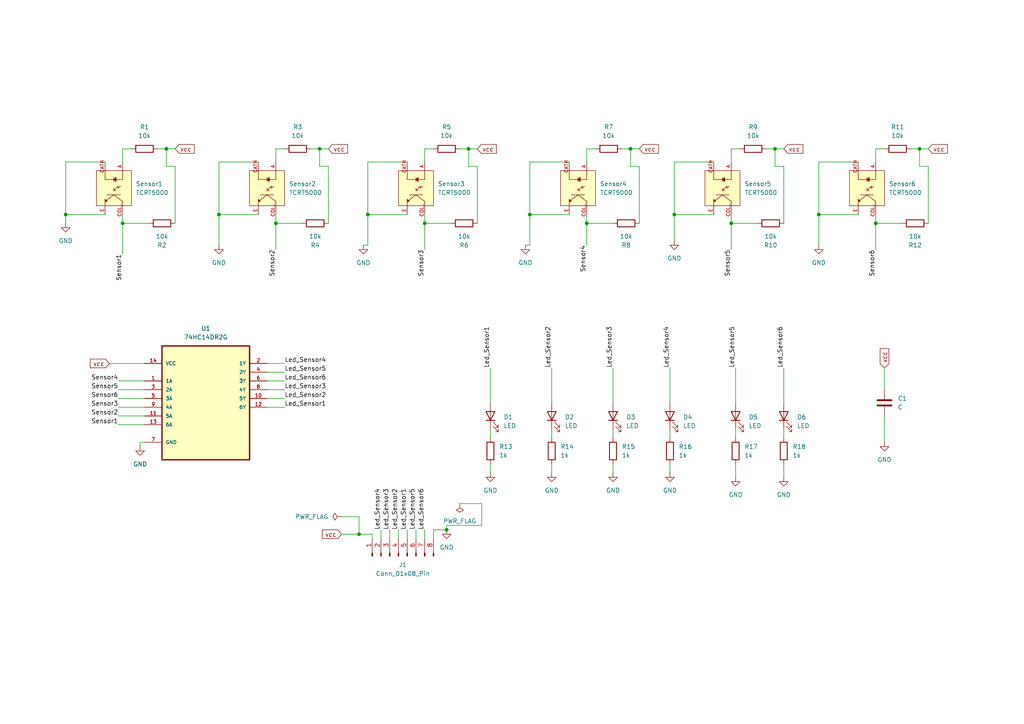
<source format=kicad_sch>
(kicad_sch
	(version 20231120)
	(generator "eeschema")
	(generator_version "8.0")
	(uuid "a9356cd9-924b-4316-ae77-3e5d486388bb")
	(paper "A4")
	(lib_symbols
		(symbol "74HC14DR2G:74HC14DR2G"
			(pin_names
				(offset 1.016)
			)
			(exclude_from_sim no)
			(in_bom yes)
			(on_board yes)
			(property "Reference" "U"
				(at -5.2894 15.207 0)
				(effects
					(font
						(size 1.27 1.27)
					)
					(justify left bottom)
				)
			)
			(property "Value" "74HC14DR2G"
				(at -4.118 -25.0386 0)
				(effects
					(font
						(size 1.27 1.27)
					)
					(justify left bottom)
				)
			)
			(property "Footprint" "74HC14DR2G:SOIC127P600X175-14N"
				(at 0 0 0)
				(effects
					(font
						(size 1.27 1.27)
					)
					(justify bottom)
					(hide yes)
				)
			)
			(property "Datasheet" ""
				(at 0 0 0)
				(effects
					(font
						(size 1.27 1.27)
					)
					(hide yes)
				)
			)
			(property "Description" ""
				(at 0 0 0)
				(effects
					(font
						(size 1.27 1.27)
					)
					(hide yes)
				)
			)
			(property "MF" "ON Semiconductor"
				(at 0 0 0)
				(effects
					(font
						(size 1.27 1.27)
					)
					(justify bottom)
					(hide yes)
				)
			)
			(property "Description_1" "\nInverter IC 6 Channel Schmitt Trigger 14-SOIC\n"
				(at 0 0 0)
				(effects
					(font
						(size 1.27 1.27)
					)
					(justify bottom)
					(hide yes)
				)
			)
			(property "PACKAGE" "SOIC-14"
				(at 0 0 0)
				(effects
					(font
						(size 1.27 1.27)
					)
					(justify bottom)
					(hide yes)
				)
			)
			(property "MPN" "74HC14DR2G"
				(at 0 0 0)
				(effects
					(font
						(size 1.27 1.27)
					)
					(justify bottom)
					(hide yes)
				)
			)
			(property "Price" "None"
				(at 0 0 0)
				(effects
					(font
						(size 1.27 1.27)
					)
					(justify bottom)
					(hide yes)
				)
			)
			(property "Package" "SOIC-14 ON Semiconductor"
				(at 0 0 0)
				(effects
					(font
						(size 1.27 1.27)
					)
					(justify bottom)
					(hide yes)
				)
			)
			(property "OC_FARNELL" "1201316"
				(at 0 0 0)
				(effects
					(font
						(size 1.27 1.27)
					)
					(justify bottom)
					(hide yes)
				)
			)
			(property "SnapEDA_Link" "https://www.snapeda.com/parts/74HC14DR2G/Onsemi/view-part/?ref=snap"
				(at 0 0 0)
				(effects
					(font
						(size 1.27 1.27)
					)
					(justify bottom)
					(hide yes)
				)
			)
			(property "MP" "74HC14DR2G"
				(at 0 0 0)
				(effects
					(font
						(size 1.27 1.27)
					)
					(justify bottom)
					(hide yes)
				)
			)
			(property "SUPPLIER" "NXP"
				(at 0 0 0)
				(effects
					(font
						(size 1.27 1.27)
					)
					(justify bottom)
					(hide yes)
				)
			)
			(property "OC_NEWARK" "26M7759"
				(at 0 0 0)
				(effects
					(font
						(size 1.27 1.27)
					)
					(justify bottom)
					(hide yes)
				)
			)
			(property "Availability" "In Stock"
				(at 0 0 0)
				(effects
					(font
						(size 1.27 1.27)
					)
					(justify bottom)
					(hide yes)
				)
			)
			(property "Check_prices" "https://www.snapeda.com/parts/74HC14DR2G/Onsemi/view-part/?ref=eda"
				(at 0 0 0)
				(effects
					(font
						(size 1.27 1.27)
					)
					(justify bottom)
					(hide yes)
				)
			)
			(symbol "74HC14DR2G_0_0"
				(rectangle
					(start -12.7 -20.32)
					(end 12.7 12.7)
					(stroke
						(width 0.4064)
						(type default)
					)
					(fill
						(type background)
					)
				)
				(pin input line
					(at -17.78 2.54 0)
					(length 5.08)
					(name "1A"
						(effects
							(font
								(size 1.016 1.016)
							)
						)
					)
					(number "1"
						(effects
							(font
								(size 1.016 1.016)
							)
						)
					)
				)
				(pin output line
					(at 17.78 -2.54 180)
					(length 5.08)
					(name "5Y"
						(effects
							(font
								(size 1.016 1.016)
							)
						)
					)
					(number "10"
						(effects
							(font
								(size 1.016 1.016)
							)
						)
					)
				)
				(pin input line
					(at -17.78 -7.62 0)
					(length 5.08)
					(name "5A"
						(effects
							(font
								(size 1.016 1.016)
							)
						)
					)
					(number "11"
						(effects
							(font
								(size 1.016 1.016)
							)
						)
					)
				)
				(pin output line
					(at 17.78 -5.08 180)
					(length 5.08)
					(name "6Y"
						(effects
							(font
								(size 1.016 1.016)
							)
						)
					)
					(number "12"
						(effects
							(font
								(size 1.016 1.016)
							)
						)
					)
				)
				(pin input line
					(at -17.78 -10.16 0)
					(length 5.08)
					(name "6A"
						(effects
							(font
								(size 1.016 1.016)
							)
						)
					)
					(number "13"
						(effects
							(font
								(size 1.016 1.016)
							)
						)
					)
				)
				(pin power_in line
					(at -17.78 7.62 0)
					(length 5.08)
					(name "VCC"
						(effects
							(font
								(size 1.016 1.016)
							)
						)
					)
					(number "14"
						(effects
							(font
								(size 1.016 1.016)
							)
						)
					)
				)
				(pin output line
					(at 17.78 7.62 180)
					(length 5.08)
					(name "1Y"
						(effects
							(font
								(size 1.016 1.016)
							)
						)
					)
					(number "2"
						(effects
							(font
								(size 1.016 1.016)
							)
						)
					)
				)
				(pin input line
					(at -17.78 0 0)
					(length 5.08)
					(name "2A"
						(effects
							(font
								(size 1.016 1.016)
							)
						)
					)
					(number "3"
						(effects
							(font
								(size 1.016 1.016)
							)
						)
					)
				)
				(pin output line
					(at 17.78 5.08 180)
					(length 5.08)
					(name "2Y"
						(effects
							(font
								(size 1.016 1.016)
							)
						)
					)
					(number "4"
						(effects
							(font
								(size 1.016 1.016)
							)
						)
					)
				)
				(pin input line
					(at -17.78 -2.54 0)
					(length 5.08)
					(name "3A"
						(effects
							(font
								(size 1.016 1.016)
							)
						)
					)
					(number "5"
						(effects
							(font
								(size 1.016 1.016)
							)
						)
					)
				)
				(pin output line
					(at 17.78 2.54 180)
					(length 5.08)
					(name "3Y"
						(effects
							(font
								(size 1.016 1.016)
							)
						)
					)
					(number "6"
						(effects
							(font
								(size 1.016 1.016)
							)
						)
					)
				)
				(pin passive line
					(at -17.78 -15.24 0)
					(length 5.08)
					(name "GND"
						(effects
							(font
								(size 1.016 1.016)
							)
						)
					)
					(number "7"
						(effects
							(font
								(size 1.016 1.016)
							)
						)
					)
				)
				(pin output line
					(at 17.78 0 180)
					(length 5.08)
					(name "4Y"
						(effects
							(font
								(size 1.016 1.016)
							)
						)
					)
					(number "8"
						(effects
							(font
								(size 1.016 1.016)
							)
						)
					)
				)
				(pin input line
					(at -17.78 -5.08 0)
					(length 5.08)
					(name "4A"
						(effects
							(font
								(size 1.016 1.016)
							)
						)
					)
					(number "9"
						(effects
							(font
								(size 1.016 1.016)
							)
						)
					)
				)
			)
		)
		(symbol "Connector:Conn_01x08_Pin"
			(pin_names
				(offset 1.016) hide)
			(exclude_from_sim no)
			(in_bom yes)
			(on_board yes)
			(property "Reference" "J"
				(at 0 10.16 0)
				(effects
					(font
						(size 1.27 1.27)
					)
				)
			)
			(property "Value" "Conn_01x08_Pin"
				(at 0 -12.7 0)
				(effects
					(font
						(size 1.27 1.27)
					)
				)
			)
			(property "Footprint" ""
				(at 0 0 0)
				(effects
					(font
						(size 1.27 1.27)
					)
					(hide yes)
				)
			)
			(property "Datasheet" "~"
				(at 0 0 0)
				(effects
					(font
						(size 1.27 1.27)
					)
					(hide yes)
				)
			)
			(property "Description" "Generic connector, single row, 01x08, script generated"
				(at 0 0 0)
				(effects
					(font
						(size 1.27 1.27)
					)
					(hide yes)
				)
			)
			(property "ki_locked" ""
				(at 0 0 0)
				(effects
					(font
						(size 1.27 1.27)
					)
				)
			)
			(property "ki_keywords" "connector"
				(at 0 0 0)
				(effects
					(font
						(size 1.27 1.27)
					)
					(hide yes)
				)
			)
			(property "ki_fp_filters" "Connector*:*_1x??_*"
				(at 0 0 0)
				(effects
					(font
						(size 1.27 1.27)
					)
					(hide yes)
				)
			)
			(symbol "Conn_01x08_Pin_1_1"
				(polyline
					(pts
						(xy 1.27 -10.16) (xy 0.8636 -10.16)
					)
					(stroke
						(width 0.1524)
						(type default)
					)
					(fill
						(type none)
					)
				)
				(polyline
					(pts
						(xy 1.27 -7.62) (xy 0.8636 -7.62)
					)
					(stroke
						(width 0.1524)
						(type default)
					)
					(fill
						(type none)
					)
				)
				(polyline
					(pts
						(xy 1.27 -5.08) (xy 0.8636 -5.08)
					)
					(stroke
						(width 0.1524)
						(type default)
					)
					(fill
						(type none)
					)
				)
				(polyline
					(pts
						(xy 1.27 -2.54) (xy 0.8636 -2.54)
					)
					(stroke
						(width 0.1524)
						(type default)
					)
					(fill
						(type none)
					)
				)
				(polyline
					(pts
						(xy 1.27 0) (xy 0.8636 0)
					)
					(stroke
						(width 0.1524)
						(type default)
					)
					(fill
						(type none)
					)
				)
				(polyline
					(pts
						(xy 1.27 2.54) (xy 0.8636 2.54)
					)
					(stroke
						(width 0.1524)
						(type default)
					)
					(fill
						(type none)
					)
				)
				(polyline
					(pts
						(xy 1.27 5.08) (xy 0.8636 5.08)
					)
					(stroke
						(width 0.1524)
						(type default)
					)
					(fill
						(type none)
					)
				)
				(polyline
					(pts
						(xy 1.27 7.62) (xy 0.8636 7.62)
					)
					(stroke
						(width 0.1524)
						(type default)
					)
					(fill
						(type none)
					)
				)
				(rectangle
					(start 0.8636 -10.033)
					(end 0 -10.287)
					(stroke
						(width 0.1524)
						(type default)
					)
					(fill
						(type outline)
					)
				)
				(rectangle
					(start 0.8636 -7.493)
					(end 0 -7.747)
					(stroke
						(width 0.1524)
						(type default)
					)
					(fill
						(type outline)
					)
				)
				(rectangle
					(start 0.8636 -4.953)
					(end 0 -5.207)
					(stroke
						(width 0.1524)
						(type default)
					)
					(fill
						(type outline)
					)
				)
				(rectangle
					(start 0.8636 -2.413)
					(end 0 -2.667)
					(stroke
						(width 0.1524)
						(type default)
					)
					(fill
						(type outline)
					)
				)
				(rectangle
					(start 0.8636 0.127)
					(end 0 -0.127)
					(stroke
						(width 0.1524)
						(type default)
					)
					(fill
						(type outline)
					)
				)
				(rectangle
					(start 0.8636 2.667)
					(end 0 2.413)
					(stroke
						(width 0.1524)
						(type default)
					)
					(fill
						(type outline)
					)
				)
				(rectangle
					(start 0.8636 5.207)
					(end 0 4.953)
					(stroke
						(width 0.1524)
						(type default)
					)
					(fill
						(type outline)
					)
				)
				(rectangle
					(start 0.8636 7.747)
					(end 0 7.493)
					(stroke
						(width 0.1524)
						(type default)
					)
					(fill
						(type outline)
					)
				)
				(pin passive line
					(at 5.08 7.62 180)
					(length 3.81)
					(name "Pin_1"
						(effects
							(font
								(size 1.27 1.27)
							)
						)
					)
					(number "1"
						(effects
							(font
								(size 1.27 1.27)
							)
						)
					)
				)
				(pin passive line
					(at 5.08 5.08 180)
					(length 3.81)
					(name "Pin_2"
						(effects
							(font
								(size 1.27 1.27)
							)
						)
					)
					(number "2"
						(effects
							(font
								(size 1.27 1.27)
							)
						)
					)
				)
				(pin passive line
					(at 5.08 2.54 180)
					(length 3.81)
					(name "Pin_3"
						(effects
							(font
								(size 1.27 1.27)
							)
						)
					)
					(number "3"
						(effects
							(font
								(size 1.27 1.27)
							)
						)
					)
				)
				(pin passive line
					(at 5.08 0 180)
					(length 3.81)
					(name "Pin_4"
						(effects
							(font
								(size 1.27 1.27)
							)
						)
					)
					(number "4"
						(effects
							(font
								(size 1.27 1.27)
							)
						)
					)
				)
				(pin passive line
					(at 5.08 -2.54 180)
					(length 3.81)
					(name "Pin_5"
						(effects
							(font
								(size 1.27 1.27)
							)
						)
					)
					(number "5"
						(effects
							(font
								(size 1.27 1.27)
							)
						)
					)
				)
				(pin passive line
					(at 5.08 -5.08 180)
					(length 3.81)
					(name "Pin_6"
						(effects
							(font
								(size 1.27 1.27)
							)
						)
					)
					(number "6"
						(effects
							(font
								(size 1.27 1.27)
							)
						)
					)
				)
				(pin passive line
					(at 5.08 -7.62 180)
					(length 3.81)
					(name "Pin_7"
						(effects
							(font
								(size 1.27 1.27)
							)
						)
					)
					(number "7"
						(effects
							(font
								(size 1.27 1.27)
							)
						)
					)
				)
				(pin passive line
					(at 5.08 -10.16 180)
					(length 3.81)
					(name "Pin_8"
						(effects
							(font
								(size 1.27 1.27)
							)
						)
					)
					(number "8"
						(effects
							(font
								(size 1.27 1.27)
							)
						)
					)
				)
			)
		)
		(symbol "Device:C"
			(pin_numbers hide)
			(pin_names
				(offset 0.254)
			)
			(exclude_from_sim no)
			(in_bom yes)
			(on_board yes)
			(property "Reference" "C"
				(at 0.635 2.54 0)
				(effects
					(font
						(size 1.27 1.27)
					)
					(justify left)
				)
			)
			(property "Value" "C"
				(at 0.635 -2.54 0)
				(effects
					(font
						(size 1.27 1.27)
					)
					(justify left)
				)
			)
			(property "Footprint" ""
				(at 0.9652 -3.81 0)
				(effects
					(font
						(size 1.27 1.27)
					)
					(hide yes)
				)
			)
			(property "Datasheet" "~"
				(at 0 0 0)
				(effects
					(font
						(size 1.27 1.27)
					)
					(hide yes)
				)
			)
			(property "Description" "Unpolarized capacitor"
				(at 0 0 0)
				(effects
					(font
						(size 1.27 1.27)
					)
					(hide yes)
				)
			)
			(property "ki_keywords" "cap capacitor"
				(at 0 0 0)
				(effects
					(font
						(size 1.27 1.27)
					)
					(hide yes)
				)
			)
			(property "ki_fp_filters" "C_*"
				(at 0 0 0)
				(effects
					(font
						(size 1.27 1.27)
					)
					(hide yes)
				)
			)
			(symbol "C_0_1"
				(polyline
					(pts
						(xy -2.032 -0.762) (xy 2.032 -0.762)
					)
					(stroke
						(width 0.508)
						(type default)
					)
					(fill
						(type none)
					)
				)
				(polyline
					(pts
						(xy -2.032 0.762) (xy 2.032 0.762)
					)
					(stroke
						(width 0.508)
						(type default)
					)
					(fill
						(type none)
					)
				)
			)
			(symbol "C_1_1"
				(pin passive line
					(at 0 3.81 270)
					(length 2.794)
					(name "~"
						(effects
							(font
								(size 1.27 1.27)
							)
						)
					)
					(number "1"
						(effects
							(font
								(size 1.27 1.27)
							)
						)
					)
				)
				(pin passive line
					(at 0 -3.81 90)
					(length 2.794)
					(name "~"
						(effects
							(font
								(size 1.27 1.27)
							)
						)
					)
					(number "2"
						(effects
							(font
								(size 1.27 1.27)
							)
						)
					)
				)
			)
		)
		(symbol "Device:LED"
			(pin_numbers hide)
			(pin_names
				(offset 1.016) hide)
			(exclude_from_sim no)
			(in_bom yes)
			(on_board yes)
			(property "Reference" "D"
				(at 0 2.54 0)
				(effects
					(font
						(size 1.27 1.27)
					)
				)
			)
			(property "Value" "LED"
				(at 0 -2.54 0)
				(effects
					(font
						(size 1.27 1.27)
					)
				)
			)
			(property "Footprint" ""
				(at 0 0 0)
				(effects
					(font
						(size 1.27 1.27)
					)
					(hide yes)
				)
			)
			(property "Datasheet" "~"
				(at 0 0 0)
				(effects
					(font
						(size 1.27 1.27)
					)
					(hide yes)
				)
			)
			(property "Description" "Light emitting diode"
				(at 0 0 0)
				(effects
					(font
						(size 1.27 1.27)
					)
					(hide yes)
				)
			)
			(property "ki_keywords" "LED diode"
				(at 0 0 0)
				(effects
					(font
						(size 1.27 1.27)
					)
					(hide yes)
				)
			)
			(property "ki_fp_filters" "LED* LED_SMD:* LED_THT:*"
				(at 0 0 0)
				(effects
					(font
						(size 1.27 1.27)
					)
					(hide yes)
				)
			)
			(symbol "LED_0_1"
				(polyline
					(pts
						(xy -1.27 -1.27) (xy -1.27 1.27)
					)
					(stroke
						(width 0.254)
						(type default)
					)
					(fill
						(type none)
					)
				)
				(polyline
					(pts
						(xy -1.27 0) (xy 1.27 0)
					)
					(stroke
						(width 0)
						(type default)
					)
					(fill
						(type none)
					)
				)
				(polyline
					(pts
						(xy 1.27 -1.27) (xy 1.27 1.27) (xy -1.27 0) (xy 1.27 -1.27)
					)
					(stroke
						(width 0.254)
						(type default)
					)
					(fill
						(type none)
					)
				)
				(polyline
					(pts
						(xy -3.048 -0.762) (xy -4.572 -2.286) (xy -3.81 -2.286) (xy -4.572 -2.286) (xy -4.572 -1.524)
					)
					(stroke
						(width 0)
						(type default)
					)
					(fill
						(type none)
					)
				)
				(polyline
					(pts
						(xy -1.778 -0.762) (xy -3.302 -2.286) (xy -2.54 -2.286) (xy -3.302 -2.286) (xy -3.302 -1.524)
					)
					(stroke
						(width 0)
						(type default)
					)
					(fill
						(type none)
					)
				)
			)
			(symbol "LED_1_1"
				(pin passive line
					(at -3.81 0 0)
					(length 2.54)
					(name "K"
						(effects
							(font
								(size 1.27 1.27)
							)
						)
					)
					(number "1"
						(effects
							(font
								(size 1.27 1.27)
							)
						)
					)
				)
				(pin passive line
					(at 3.81 0 180)
					(length 2.54)
					(name "A"
						(effects
							(font
								(size 1.27 1.27)
							)
						)
					)
					(number "2"
						(effects
							(font
								(size 1.27 1.27)
							)
						)
					)
				)
			)
		)
		(symbol "Device:R"
			(pin_numbers hide)
			(pin_names
				(offset 0)
			)
			(exclude_from_sim no)
			(in_bom yes)
			(on_board yes)
			(property "Reference" "R"
				(at 2.032 0 90)
				(effects
					(font
						(size 1.27 1.27)
					)
				)
			)
			(property "Value" "R"
				(at 0 0 90)
				(effects
					(font
						(size 1.27 1.27)
					)
				)
			)
			(property "Footprint" ""
				(at -1.778 0 90)
				(effects
					(font
						(size 1.27 1.27)
					)
					(hide yes)
				)
			)
			(property "Datasheet" "~"
				(at 0 0 0)
				(effects
					(font
						(size 1.27 1.27)
					)
					(hide yes)
				)
			)
			(property "Description" "Resistor"
				(at 0 0 0)
				(effects
					(font
						(size 1.27 1.27)
					)
					(hide yes)
				)
			)
			(property "ki_keywords" "R res resistor"
				(at 0 0 0)
				(effects
					(font
						(size 1.27 1.27)
					)
					(hide yes)
				)
			)
			(property "ki_fp_filters" "R_*"
				(at 0 0 0)
				(effects
					(font
						(size 1.27 1.27)
					)
					(hide yes)
				)
			)
			(symbol "R_0_1"
				(rectangle
					(start -1.016 -2.54)
					(end 1.016 2.54)
					(stroke
						(width 0.254)
						(type default)
					)
					(fill
						(type none)
					)
				)
			)
			(symbol "R_1_1"
				(pin passive line
					(at 0 3.81 270)
					(length 1.27)
					(name "~"
						(effects
							(font
								(size 1.27 1.27)
							)
						)
					)
					(number "1"
						(effects
							(font
								(size 1.27 1.27)
							)
						)
					)
				)
				(pin passive line
					(at 0 -3.81 90)
					(length 1.27)
					(name "~"
						(effects
							(font
								(size 1.27 1.27)
							)
						)
					)
					(number "2"
						(effects
							(font
								(size 1.27 1.27)
							)
						)
					)
				)
			)
		)
		(symbol "TCRT5000:TCRT5000"
			(pin_names
				(offset 1.016)
			)
			(exclude_from_sim no)
			(in_bom yes)
			(on_board yes)
			(property "Reference" "U"
				(at -5.0887 5.7248 0)
				(effects
					(font
						(size 1.27 1.27)
					)
					(justify left bottom)
				)
			)
			(property "Value" "TCRT5000"
				(at -5.0838 -5.7193 0)
				(effects
					(font
						(size 1.27 1.27)
					)
					(justify left top)
				)
			)
			(property "Footprint" "TCRT5000:OPTO_TCRT5000"
				(at 0 0 0)
				(effects
					(font
						(size 1.27 1.27)
					)
					(justify bottom)
					(hide yes)
				)
			)
			(property "Datasheet" ""
				(at 0 0 0)
				(effects
					(font
						(size 1.27 1.27)
					)
					(hide yes)
				)
			)
			(property "Description" ""
				(at 0 0 0)
				(effects
					(font
						(size 1.27 1.27)
					)
					(hide yes)
				)
			)
			(property "MF" "Vishay"
				(at 0 0 0)
				(effects
					(font
						(size 1.27 1.27)
					)
					(justify bottom)
					(hide yes)
				)
			)
			(property "MAXIMUM_PACKAGE_HEIGHT" "7.2mm"
				(at 0 0 0)
				(effects
					(font
						(size 1.27 1.27)
					)
					(justify bottom)
					(hide yes)
				)
			)
			(property "Package" "TCRT5000 Vishay"
				(at 0 0 0)
				(effects
					(font
						(size 1.27 1.27)
					)
					(justify bottom)
					(hide yes)
				)
			)
			(property "Price" "None"
				(at 0 0 0)
				(effects
					(font
						(size 1.27 1.27)
					)
					(justify bottom)
					(hide yes)
				)
			)
			(property "Check_prices" "https://www.snapeda.com/parts/TCRT5000/Vishay+Semiconductor+Opto+Division/view-part/?ref=eda"
				(at 0 0 0)
				(effects
					(font
						(size 1.27 1.27)
					)
					(justify bottom)
					(hide yes)
				)
			)
			(property "STANDARD" "Manufacturer recommendations"
				(at 0 0 0)
				(effects
					(font
						(size 1.27 1.27)
					)
					(justify bottom)
					(hide yes)
				)
			)
			(property "PARTREV" "1.7"
				(at 0 0 0)
				(effects
					(font
						(size 1.27 1.27)
					)
					(justify bottom)
					(hide yes)
				)
			)
			(property "SnapEDA_Link" "https://www.snapeda.com/parts/TCRT5000/Vishay+Semiconductor+Opto+Division/view-part/?ref=snap"
				(at 0 0 0)
				(effects
					(font
						(size 1.27 1.27)
					)
					(justify bottom)
					(hide yes)
				)
			)
			(property "MP" "TCRT5000"
				(at 0 0 0)
				(effects
					(font
						(size 1.27 1.27)
					)
					(justify bottom)
					(hide yes)
				)
			)
			(property "Purchase-URL" "https://www.snapeda.com/api/url_track_click_mouser/?unipart_id=885229&manufacturer=Vishay&part_name=TCRT5000&search_term=tcrt5000"
				(at 0 0 0)
				(effects
					(font
						(size 1.27 1.27)
					)
					(justify bottom)
					(hide yes)
				)
			)
			(property "Description_1" "\nSensor óptico reflectante de 0,591 (15 mm) para montaje en PCB\n"
				(at 0 0 0)
				(effects
					(font
						(size 1.27 1.27)
					)
					(justify bottom)
					(hide yes)
				)
			)
			(property "Availability" "In Stock"
				(at 0 0 0)
				(effects
					(font
						(size 1.27 1.27)
					)
					(justify bottom)
					(hide yes)
				)
			)
			(property "MANUFACTURER" "Vishay"
				(at 0 0 0)
				(effects
					(font
						(size 1.27 1.27)
					)
					(justify bottom)
					(hide yes)
				)
			)
			(symbol "TCRT5000_0_0"
				(rectangle
					(start -5.08 -5.08)
					(end 5.08 5.08)
					(stroke
						(width 0.1524)
						(type default)
					)
					(fill
						(type background)
					)
				)
				(polyline
					(pts
						(xy -5.08 2.54) (xy -2.54 2.54)
					)
					(stroke
						(width 0.1524)
						(type default)
					)
					(fill
						(type none)
					)
				)
				(polyline
					(pts
						(xy -3.175 0) (xy -1.905 0)
					)
					(stroke
						(width 0.1524)
						(type default)
					)
					(fill
						(type none)
					)
				)
				(polyline
					(pts
						(xy -2.54 -2.54) (xy -5.08 -2.54)
					)
					(stroke
						(width 0.1524)
						(type default)
					)
					(fill
						(type none)
					)
				)
				(polyline
					(pts
						(xy -2.54 2.54) (xy -2.54 -2.54)
					)
					(stroke
						(width 0.1524)
						(type default)
					)
					(fill
						(type none)
					)
				)
				(polyline
					(pts
						(xy -0.635 1.27) (xy 0.635 0)
					)
					(stroke
						(width 0.1524)
						(type default)
					)
					(fill
						(type none)
					)
				)
				(polyline
					(pts
						(xy -0.635 1.905) (xy 0 1.27)
					)
					(stroke
						(width 0.1524)
						(type default)
					)
					(fill
						(type none)
					)
				)
				(polyline
					(pts
						(xy 0 1.27) (xy -0.635 1.27)
					)
					(stroke
						(width 0.1524)
						(type default)
					)
					(fill
						(type none)
					)
				)
				(polyline
					(pts
						(xy 0.635 0) (xy 0 0)
					)
					(stroke
						(width 0.1524)
						(type default)
					)
					(fill
						(type none)
					)
				)
				(polyline
					(pts
						(xy 0.635 0.635) (xy 0.635 0)
					)
					(stroke
						(width 0.1524)
						(type default)
					)
					(fill
						(type none)
					)
				)
				(polyline
					(pts
						(xy 1.905 0) (xy 1.905 -1.905)
					)
					(stroke
						(width 0.1524)
						(type default)
					)
					(fill
						(type none)
					)
				)
				(polyline
					(pts
						(xy 1.905 0) (xy 3.81 -2.54)
					)
					(stroke
						(width 0.1524)
						(type default)
					)
					(fill
						(type none)
					)
				)
				(polyline
					(pts
						(xy 1.905 0) (xy 3.81 2.54)
					)
					(stroke
						(width 0.1524)
						(type default)
					)
					(fill
						(type none)
					)
				)
				(polyline
					(pts
						(xy 1.905 1.905) (xy 1.905 0)
					)
					(stroke
						(width 0.1524)
						(type default)
					)
					(fill
						(type none)
					)
				)
				(polyline
					(pts
						(xy 3.81 -2.54) (xy 5.08 -2.54)
					)
					(stroke
						(width 0.1524)
						(type default)
					)
					(fill
						(type none)
					)
				)
				(polyline
					(pts
						(xy 3.81 2.54) (xy 5.08 2.54)
					)
					(stroke
						(width 0.1524)
						(type default)
					)
					(fill
						(type none)
					)
				)
				(polyline
					(pts
						(xy -3.175 0.635) (xy -1.905 0.635) (xy -2.54 0) (xy -3.175 0.635)
					)
					(stroke
						(width 0.1524)
						(type default)
					)
					(fill
						(type outline)
					)
				)
				(polyline
					(pts
						(xy 3.175 -2.54) (xy 3.81 -2.54) (xy 3.81 -1.905) (xy 3.175 -2.54)
					)
					(stroke
						(width 0.1524)
						(type default)
					)
					(fill
						(type outline)
					)
				)
				(pin passive line
					(at -7.62 2.54 0)
					(length 2.54)
					(name "~"
						(effects
							(font
								(size 1.016 1.016)
							)
						)
					)
					(number "A"
						(effects
							(font
								(size 1.016 1.016)
							)
						)
					)
				)
				(pin passive line
					(at -7.62 -2.54 0)
					(length 2.54)
					(name "~"
						(effects
							(font
								(size 1.016 1.016)
							)
						)
					)
					(number "CATH"
						(effects
							(font
								(size 1.016 1.016)
							)
						)
					)
				)
				(pin passive line
					(at 7.62 2.54 180)
					(length 2.54)
					(name "~"
						(effects
							(font
								(size 1.016 1.016)
							)
						)
					)
					(number "COLL"
						(effects
							(font
								(size 1.016 1.016)
							)
						)
					)
				)
				(pin passive line
					(at 7.62 -2.54 180)
					(length 2.54)
					(name "~"
						(effects
							(font
								(size 1.016 1.016)
							)
						)
					)
					(number "E"
						(effects
							(font
								(size 1.016 1.016)
							)
						)
					)
				)
			)
		)
		(symbol "power:GND"
			(power)
			(pin_numbers hide)
			(pin_names
				(offset 0) hide)
			(exclude_from_sim no)
			(in_bom yes)
			(on_board yes)
			(property "Reference" "#PWR"
				(at 0 -6.35 0)
				(effects
					(font
						(size 1.27 1.27)
					)
					(hide yes)
				)
			)
			(property "Value" "GND"
				(at 0 -3.81 0)
				(effects
					(font
						(size 1.27 1.27)
					)
				)
			)
			(property "Footprint" ""
				(at 0 0 0)
				(effects
					(font
						(size 1.27 1.27)
					)
					(hide yes)
				)
			)
			(property "Datasheet" ""
				(at 0 0 0)
				(effects
					(font
						(size 1.27 1.27)
					)
					(hide yes)
				)
			)
			(property "Description" "Power symbol creates a global label with name \"GND\" , ground"
				(at 0 0 0)
				(effects
					(font
						(size 1.27 1.27)
					)
					(hide yes)
				)
			)
			(property "ki_keywords" "global power"
				(at 0 0 0)
				(effects
					(font
						(size 1.27 1.27)
					)
					(hide yes)
				)
			)
			(symbol "GND_0_1"
				(polyline
					(pts
						(xy 0 0) (xy 0 -1.27) (xy 1.27 -1.27) (xy 0 -2.54) (xy -1.27 -1.27) (xy 0 -1.27)
					)
					(stroke
						(width 0)
						(type default)
					)
					(fill
						(type none)
					)
				)
			)
			(symbol "GND_1_1"
				(pin power_in line
					(at 0 0 270)
					(length 0)
					(name "~"
						(effects
							(font
								(size 1.27 1.27)
							)
						)
					)
					(number "1"
						(effects
							(font
								(size 1.27 1.27)
							)
						)
					)
				)
			)
		)
		(symbol "power:PWR_FLAG"
			(power)
			(pin_numbers hide)
			(pin_names
				(offset 0) hide)
			(exclude_from_sim no)
			(in_bom yes)
			(on_board yes)
			(property "Reference" "#FLG"
				(at 0 1.905 0)
				(effects
					(font
						(size 1.27 1.27)
					)
					(hide yes)
				)
			)
			(property "Value" "PWR_FLAG"
				(at 0 3.81 0)
				(effects
					(font
						(size 1.27 1.27)
					)
				)
			)
			(property "Footprint" ""
				(at 0 0 0)
				(effects
					(font
						(size 1.27 1.27)
					)
					(hide yes)
				)
			)
			(property "Datasheet" "~"
				(at 0 0 0)
				(effects
					(font
						(size 1.27 1.27)
					)
					(hide yes)
				)
			)
			(property "Description" "Special symbol for telling ERC where power comes from"
				(at 0 0 0)
				(effects
					(font
						(size 1.27 1.27)
					)
					(hide yes)
				)
			)
			(property "ki_keywords" "flag power"
				(at 0 0 0)
				(effects
					(font
						(size 1.27 1.27)
					)
					(hide yes)
				)
			)
			(symbol "PWR_FLAG_0_0"
				(pin power_out line
					(at 0 0 90)
					(length 0)
					(name "~"
						(effects
							(font
								(size 1.27 1.27)
							)
						)
					)
					(number "1"
						(effects
							(font
								(size 1.27 1.27)
							)
						)
					)
				)
			)
			(symbol "PWR_FLAG_0_1"
				(polyline
					(pts
						(xy 0 0) (xy 0 1.27) (xy -1.016 1.905) (xy 0 2.54) (xy 1.016 1.905) (xy 0 1.27)
					)
					(stroke
						(width 0)
						(type default)
					)
					(fill
						(type none)
					)
				)
			)
		)
	)
	(junction
		(at 129.54 153.67)
		(diameter 0)
		(color 0 0 0 0)
		(uuid "0fe222d2-757c-4a97-80a1-8732a7892be9")
	)
	(junction
		(at 92.71 43.18)
		(diameter 0)
		(color 0 0 0 0)
		(uuid "17e430b3-79ea-4d98-922d-fb7c7e804f2f")
	)
	(junction
		(at 153.67 62.23)
		(diameter 0)
		(color 0 0 0 0)
		(uuid "257be00c-eaeb-4335-b3cb-3df6666ac9eb")
	)
	(junction
		(at 106.68 62.23)
		(diameter 0)
		(color 0 0 0 0)
		(uuid "30bd5d4e-04af-4ca8-9200-3e87a3824972")
	)
	(junction
		(at 104.14 154.94)
		(diameter 0)
		(color 0 0 0 0)
		(uuid "3f8f4f21-24ab-4145-8969-48065175be24")
	)
	(junction
		(at 63.5 62.23)
		(diameter 0)
		(color 0 0 0 0)
		(uuid "4e049de9-0271-4064-aeca-8f877c6459d7")
	)
	(junction
		(at 35.56 64.77)
		(diameter 0)
		(color 0 0 0 0)
		(uuid "5aa45267-83e1-4187-a659-ab5033228771")
	)
	(junction
		(at 170.18 64.77)
		(diameter 0)
		(color 0 0 0 0)
		(uuid "5e629194-9e4f-49f5-a77f-a586415ad8b3")
	)
	(junction
		(at 224.79 43.18)
		(diameter 0)
		(color 0 0 0 0)
		(uuid "68a161ef-9f90-4e60-be1f-80e42b068991")
	)
	(junction
		(at 80.01 64.77)
		(diameter 0)
		(color 0 0 0 0)
		(uuid "8b760a23-1d94-4146-9501-66e2ca1bd5eb")
	)
	(junction
		(at 48.26 43.18)
		(diameter 0)
		(color 0 0 0 0)
		(uuid "9029248c-274a-42ff-9f79-277f0cb14e3d")
	)
	(junction
		(at 237.49 62.23)
		(diameter 0)
		(color 0 0 0 0)
		(uuid "b1a86d71-6035-419c-a631-ec5d19a6be8e")
	)
	(junction
		(at 182.88 43.18)
		(diameter 0)
		(color 0 0 0 0)
		(uuid "b5d90278-9054-432a-9a46-ceb1a2a8b450")
	)
	(junction
		(at 254 64.77)
		(diameter 0)
		(color 0 0 0 0)
		(uuid "c4584100-6fa1-4527-a460-08faf6600c1a")
	)
	(junction
		(at 19.05 62.23)
		(diameter 0)
		(color 0 0 0 0)
		(uuid "c75b9624-e246-4d5e-9643-42b5b42b9916")
	)
	(junction
		(at 266.7 43.18)
		(diameter 0)
		(color 0 0 0 0)
		(uuid "ca96c40c-66f4-4f41-9f40-5e5c9a376606")
	)
	(junction
		(at 195.58 62.23)
		(diameter 0)
		(color 0 0 0 0)
		(uuid "cce2a0f4-f400-4fe6-afa8-628246d55ae3")
	)
	(junction
		(at 212.09 64.77)
		(diameter 0)
		(color 0 0 0 0)
		(uuid "d79f9f9d-29b6-4396-946f-517cd09e5136")
	)
	(junction
		(at 135.89 43.18)
		(diameter 0)
		(color 0 0 0 0)
		(uuid "dc0f70ee-19d2-4a26-9bef-27a1e4427f7e")
	)
	(junction
		(at 123.19 64.77)
		(diameter 0)
		(color 0 0 0 0)
		(uuid "dfd457e6-2375-4767-8c96-ba2544a67c36")
	)
	(wire
		(pts
			(xy 90.17 43.18) (xy 92.71 43.18)
		)
		(stroke
			(width 0)
			(type default)
		)
		(uuid "02cfea96-feff-40e4-afd8-42f06c9ab7c9")
	)
	(wire
		(pts
			(xy 254 64.77) (xy 261.62 64.77)
		)
		(stroke
			(width 0)
			(type default)
		)
		(uuid "036a2364-da0e-4d8a-b475-6fda6adcd9de")
	)
	(wire
		(pts
			(xy 195.58 62.23) (xy 195.58 69.85)
		)
		(stroke
			(width 0)
			(type default)
		)
		(uuid "0688f933-f67c-407b-be02-336c017b58ba")
	)
	(wire
		(pts
			(xy 227.33 106.68) (xy 227.33 116.84)
		)
		(stroke
			(width 0)
			(type default)
		)
		(uuid "06f9bb18-51ef-4343-b12d-b50c74695953")
	)
	(wire
		(pts
			(xy 254 46.99) (xy 254 43.18)
		)
		(stroke
			(width 0)
			(type default)
		)
		(uuid "081fd7c3-8596-4463-9281-1d3cd2a781c9")
	)
	(wire
		(pts
			(xy 254 64.77) (xy 254 72.39)
		)
		(stroke
			(width 0)
			(type default)
		)
		(uuid "0865fa8d-648c-422c-a428-ddfcbfad8c2e")
	)
	(wire
		(pts
			(xy 125.73 153.67) (xy 129.54 153.67)
		)
		(stroke
			(width 0)
			(type default)
		)
		(uuid "0987c5d0-6650-4644-b45f-32a56d53a742")
	)
	(wire
		(pts
			(xy 129.54 152.4) (xy 129.54 153.67)
		)
		(stroke
			(width 0)
			(type default)
		)
		(uuid "0c08ca12-3d5c-4e4b-aece-6e9b2baaad73")
	)
	(wire
		(pts
			(xy 95.25 48.26) (xy 92.71 48.26)
		)
		(stroke
			(width 0)
			(type default)
		)
		(uuid "0e0289a6-8373-4fe7-a5af-58c4e388be0d")
	)
	(wire
		(pts
			(xy 139.7 146.05) (xy 139.7 152.4)
		)
		(stroke
			(width 0)
			(type default)
		)
		(uuid "112ad6b8-9256-4282-969f-d7d0e9f0ddd1")
	)
	(wire
		(pts
			(xy 177.8 106.68) (xy 177.8 116.84)
		)
		(stroke
			(width 0)
			(type default)
		)
		(uuid "178f57d1-816e-47cd-8311-461e5e061e62")
	)
	(wire
		(pts
			(xy 133.35 43.18) (xy 135.89 43.18)
		)
		(stroke
			(width 0)
			(type default)
		)
		(uuid "191c23e0-040d-43f7-b879-8d3186ff31d0")
	)
	(wire
		(pts
			(xy 106.68 71.12) (xy 105.41 71.12)
		)
		(stroke
			(width 0)
			(type default)
		)
		(uuid "19ba725c-bfcc-4538-9909-ecf6f7e69cc6")
	)
	(wire
		(pts
			(xy 213.36 106.68) (xy 213.36 116.84)
		)
		(stroke
			(width 0)
			(type default)
		)
		(uuid "1be7dbc9-cbf0-42d9-82cb-72172fe2ca3c")
	)
	(wire
		(pts
			(xy 212.09 46.99) (xy 212.09 43.18)
		)
		(stroke
			(width 0)
			(type default)
		)
		(uuid "1ccbfb92-d9f4-4bed-bdf0-db2bb018348c")
	)
	(wire
		(pts
			(xy 80.01 64.77) (xy 87.63 64.77)
		)
		(stroke
			(width 0)
			(type default)
		)
		(uuid "1d845cc0-a48d-4643-951e-9acb8c44f346")
	)
	(wire
		(pts
			(xy 106.68 46.99) (xy 106.68 62.23)
		)
		(stroke
			(width 0)
			(type default)
		)
		(uuid "20a85b3b-3c0e-493a-a888-7d65b192f98c")
	)
	(wire
		(pts
			(xy 92.71 43.18) (xy 95.25 43.18)
		)
		(stroke
			(width 0)
			(type default)
		)
		(uuid "25c0e5e9-9f42-42d2-a162-c296f001aacd")
	)
	(wire
		(pts
			(xy 35.56 43.18) (xy 38.1 43.18)
		)
		(stroke
			(width 0)
			(type default)
		)
		(uuid "26a3a12e-d33d-4074-8fb4-5394c8082c11")
	)
	(wire
		(pts
			(xy 153.67 62.23) (xy 153.67 71.12)
		)
		(stroke
			(width 0)
			(type default)
		)
		(uuid "27c20232-07fa-4c24-a438-376d4dcc8049")
	)
	(wire
		(pts
			(xy 125.73 156.21) (xy 125.73 153.67)
		)
		(stroke
			(width 0)
			(type default)
		)
		(uuid "29b49468-e624-4ab0-81bb-7635165f7547")
	)
	(wire
		(pts
			(xy 170.18 62.23) (xy 170.18 64.77)
		)
		(stroke
			(width 0)
			(type default)
		)
		(uuid "2a2bd83a-c417-4bd9-8480-c098e5e2d493")
	)
	(wire
		(pts
			(xy 212.09 43.18) (xy 214.63 43.18)
		)
		(stroke
			(width 0)
			(type default)
		)
		(uuid "2ac5c653-f011-4c6f-93f9-ee68ec02caa3")
	)
	(wire
		(pts
			(xy 237.49 62.23) (xy 248.92 62.23)
		)
		(stroke
			(width 0)
			(type default)
		)
		(uuid "2ed8509a-6765-4c87-aef7-91475fb9e966")
	)
	(wire
		(pts
			(xy 227.33 134.62) (xy 227.33 138.43)
		)
		(stroke
			(width 0)
			(type default)
		)
		(uuid "2f571331-4848-4ecc-803c-4dc7c8556225")
	)
	(wire
		(pts
			(xy 212.09 64.77) (xy 219.71 64.77)
		)
		(stroke
			(width 0)
			(type default)
		)
		(uuid "34312599-3e56-433b-9d16-6bfe586d36af")
	)
	(wire
		(pts
			(xy 34.29 110.49) (xy 41.91 110.49)
		)
		(stroke
			(width 0)
			(type default)
		)
		(uuid "36f24e0e-944f-4565-97fa-1f0cf6e5165b")
	)
	(wire
		(pts
			(xy 135.89 48.26) (xy 135.89 43.18)
		)
		(stroke
			(width 0)
			(type default)
		)
		(uuid "371249b4-bdc2-4762-9d3e-5f52a156fb0a")
	)
	(wire
		(pts
			(xy 182.88 48.26) (xy 182.88 43.18)
		)
		(stroke
			(width 0)
			(type default)
		)
		(uuid "38d2223e-6d35-4132-96fb-18b61c46325f")
	)
	(wire
		(pts
			(xy 195.58 62.23) (xy 207.01 62.23)
		)
		(stroke
			(width 0)
			(type default)
		)
		(uuid "394fbb81-132b-4570-9597-8bd4cc2c3148")
	)
	(wire
		(pts
			(xy 123.19 62.23) (xy 123.19 64.77)
		)
		(stroke
			(width 0)
			(type default)
		)
		(uuid "39768334-d433-49d5-80c7-d9eb40e80af1")
	)
	(wire
		(pts
			(xy 185.42 48.26) (xy 182.88 48.26)
		)
		(stroke
			(width 0)
			(type default)
		)
		(uuid "39d8c603-4f78-4fea-8c03-faa6abc312fe")
	)
	(wire
		(pts
			(xy 123.19 46.99) (xy 123.19 43.18)
		)
		(stroke
			(width 0)
			(type default)
		)
		(uuid "3a589bab-5c36-444a-8253-eaeec22f7763")
	)
	(wire
		(pts
			(xy 31.75 105.41) (xy 41.91 105.41)
		)
		(stroke
			(width 0)
			(type default)
		)
		(uuid "3c3f11a6-f2e2-419a-a3d2-3743cfa8e4d1")
	)
	(wire
		(pts
			(xy 92.71 48.26) (xy 92.71 43.18)
		)
		(stroke
			(width 0)
			(type default)
		)
		(uuid "3ce19766-8c22-44d4-9490-3c8a434d2d5b")
	)
	(wire
		(pts
			(xy 45.72 43.18) (xy 48.26 43.18)
		)
		(stroke
			(width 0)
			(type default)
		)
		(uuid "3f4c2da1-5cc3-4129-8d1b-76178060dafe")
	)
	(wire
		(pts
			(xy 207.01 46.99) (xy 195.58 46.99)
		)
		(stroke
			(width 0)
			(type default)
		)
		(uuid "3fcca4f8-fcd4-40e2-adff-6e0f8d92d97f")
	)
	(wire
		(pts
			(xy 77.47 118.11) (xy 82.55 118.11)
		)
		(stroke
			(width 0)
			(type default)
		)
		(uuid "3fdf7766-ab0a-4621-88ec-02133dedc932")
	)
	(wire
		(pts
			(xy 107.95 154.94) (xy 104.14 154.94)
		)
		(stroke
			(width 0)
			(type default)
		)
		(uuid "46b43f16-e88f-434b-a91c-5d4541e7dc6e")
	)
	(wire
		(pts
			(xy 104.14 154.94) (xy 99.06 154.94)
		)
		(stroke
			(width 0)
			(type default)
		)
		(uuid "491ad01e-1ed8-47d0-9d4d-fb020c605dd6")
	)
	(wire
		(pts
			(xy 95.25 64.77) (xy 95.25 48.26)
		)
		(stroke
			(width 0)
			(type default)
		)
		(uuid "4a07d72f-42ac-4c9d-a686-33323cbb6678")
	)
	(wire
		(pts
			(xy 77.47 115.57) (xy 82.55 115.57)
		)
		(stroke
			(width 0)
			(type default)
		)
		(uuid "4c81643b-9160-48fe-a273-c1f8cc0a9b17")
	)
	(wire
		(pts
			(xy 177.8 137.16) (xy 177.8 134.62)
		)
		(stroke
			(width 0)
			(type default)
		)
		(uuid "4ce87ec7-9357-460b-8cb0-6dd5c6d3de45")
	)
	(wire
		(pts
			(xy 35.56 62.23) (xy 35.56 64.77)
		)
		(stroke
			(width 0)
			(type default)
		)
		(uuid "4d14da9f-eb6d-40d9-a908-339e0e8b0e93")
	)
	(wire
		(pts
			(xy 170.18 46.99) (xy 170.18 43.18)
		)
		(stroke
			(width 0)
			(type default)
		)
		(uuid "526b050c-324f-4e4a-b903-703401f28d56")
	)
	(wire
		(pts
			(xy 153.67 71.12) (xy 152.4 71.12)
		)
		(stroke
			(width 0)
			(type default)
		)
		(uuid "54d985af-4cd5-4490-820f-0de909eae987")
	)
	(wire
		(pts
			(xy 123.19 64.77) (xy 130.81 64.77)
		)
		(stroke
			(width 0)
			(type default)
		)
		(uuid "57f1b1df-8e6c-491b-b7c9-2336f463c88a")
	)
	(wire
		(pts
			(xy 254 62.23) (xy 254 64.77)
		)
		(stroke
			(width 0)
			(type default)
		)
		(uuid "59649f9c-661f-4ec3-8c9a-0e0850ad3e3d")
	)
	(wire
		(pts
			(xy 135.89 43.18) (xy 138.43 43.18)
		)
		(stroke
			(width 0)
			(type default)
		)
		(uuid "5b67fcac-29dd-4c2d-af5a-66522861b0f8")
	)
	(wire
		(pts
			(xy 40.64 128.27) (xy 40.64 129.54)
		)
		(stroke
			(width 0)
			(type default)
		)
		(uuid "5d28ed80-e77c-4df3-af69-d3d5eb8f8b48")
	)
	(wire
		(pts
			(xy 266.7 48.26) (xy 266.7 43.18)
		)
		(stroke
			(width 0)
			(type default)
		)
		(uuid "5f49a148-cab4-43b8-ae05-9b206d34f489")
	)
	(wire
		(pts
			(xy 19.05 62.23) (xy 30.48 62.23)
		)
		(stroke
			(width 0)
			(type default)
		)
		(uuid "5f49bee5-0b0f-4ec0-a877-1b52e512cc29")
	)
	(wire
		(pts
			(xy 80.01 62.23) (xy 80.01 64.77)
		)
		(stroke
			(width 0)
			(type default)
		)
		(uuid "61baa5a0-072c-4631-87cf-02222b5894f2")
	)
	(wire
		(pts
			(xy 165.1 46.99) (xy 153.67 46.99)
		)
		(stroke
			(width 0)
			(type default)
		)
		(uuid "64fdadcc-410f-4df8-a2cc-b6541e04bcc8")
	)
	(wire
		(pts
			(xy 256.54 106.68) (xy 256.54 113.03)
		)
		(stroke
			(width 0)
			(type default)
		)
		(uuid "675fba0f-12cb-45f7-b804-055b99677720")
	)
	(wire
		(pts
			(xy 212.09 62.23) (xy 212.09 64.77)
		)
		(stroke
			(width 0)
			(type default)
		)
		(uuid "67863077-d69e-4400-833a-fdb102759a02")
	)
	(wire
		(pts
			(xy 194.31 137.16) (xy 194.31 134.62)
		)
		(stroke
			(width 0)
			(type default)
		)
		(uuid "68129375-914d-41fe-aa6b-ab829ac19d2a")
	)
	(wire
		(pts
			(xy 139.7 152.4) (xy 129.54 152.4)
		)
		(stroke
			(width 0)
			(type default)
		)
		(uuid "6e86be58-c64e-435c-94eb-fd5e7dfe70dc")
	)
	(wire
		(pts
			(xy 227.33 64.77) (xy 227.33 48.26)
		)
		(stroke
			(width 0)
			(type default)
		)
		(uuid "6f5a26d2-3d41-49a6-a520-a486dd4eb38c")
	)
	(wire
		(pts
			(xy 227.33 48.26) (xy 224.79 48.26)
		)
		(stroke
			(width 0)
			(type default)
		)
		(uuid "704f609f-444e-4f0c-a6a1-64604c370750")
	)
	(wire
		(pts
			(xy 153.67 46.99) (xy 153.67 62.23)
		)
		(stroke
			(width 0)
			(type default)
		)
		(uuid "70e7cc56-52e6-47ea-9bbf-69412429a99d")
	)
	(wire
		(pts
			(xy 153.67 62.23) (xy 165.1 62.23)
		)
		(stroke
			(width 0)
			(type default)
		)
		(uuid "71561bb5-bfff-458f-b736-157166df6e37")
	)
	(wire
		(pts
			(xy 41.91 120.65) (xy 34.29 120.65)
		)
		(stroke
			(width 0)
			(type default)
		)
		(uuid "737ca076-f096-4f36-829a-a460fc0059f7")
	)
	(wire
		(pts
			(xy 123.19 43.18) (xy 125.73 43.18)
		)
		(stroke
			(width 0)
			(type default)
		)
		(uuid "74c8cc26-ccb9-4e25-b1ba-ceeea5ea4ab9")
	)
	(wire
		(pts
			(xy 77.47 107.95) (xy 82.55 107.95)
		)
		(stroke
			(width 0)
			(type default)
		)
		(uuid "7bdccba6-49c8-46a0-876b-e411b5a8aca7")
	)
	(wire
		(pts
			(xy 256.54 120.65) (xy 256.54 128.27)
		)
		(stroke
			(width 0)
			(type default)
		)
		(uuid "7d4152ad-7140-4083-bf00-bce5e9e92097")
	)
	(wire
		(pts
			(xy 254 43.18) (xy 256.54 43.18)
		)
		(stroke
			(width 0)
			(type default)
		)
		(uuid "7f235107-f693-4418-9327-a44b922d228a")
	)
	(wire
		(pts
			(xy 195.58 46.99) (xy 195.58 62.23)
		)
		(stroke
			(width 0)
			(type default)
		)
		(uuid "7f75df89-0a1c-44da-89ba-74d8bad6291c")
	)
	(wire
		(pts
			(xy 123.19 153.67) (xy 123.19 156.21)
		)
		(stroke
			(width 0)
			(type default)
		)
		(uuid "806f93b7-2093-4a92-9538-9e3f0e13d6d2")
	)
	(wire
		(pts
			(xy 139.7 146.05) (xy 133.35 146.05)
		)
		(stroke
			(width 0)
			(type default)
		)
		(uuid "8687e0f7-6713-456c-bab5-ff5ebfade432")
	)
	(wire
		(pts
			(xy 222.25 43.18) (xy 224.79 43.18)
		)
		(stroke
			(width 0)
			(type default)
		)
		(uuid "87ab2cfd-2daf-4d26-b5ab-47f4fa5326fc")
	)
	(wire
		(pts
			(xy 118.11 46.99) (xy 106.68 46.99)
		)
		(stroke
			(width 0)
			(type default)
		)
		(uuid "87f9bd40-88dd-4a81-a99f-54e9f0e0e5c6")
	)
	(wire
		(pts
			(xy 77.47 105.41) (xy 82.55 105.41)
		)
		(stroke
			(width 0)
			(type default)
		)
		(uuid "8a80b76c-b7d7-4355-b141-d6b007f634c7")
	)
	(wire
		(pts
			(xy 142.24 127) (xy 142.24 124.46)
		)
		(stroke
			(width 0)
			(type default)
		)
		(uuid "8d649cd6-d2e7-478e-a8d5-6b184afe4874")
	)
	(wire
		(pts
			(xy 104.14 149.86) (xy 104.14 154.94)
		)
		(stroke
			(width 0)
			(type default)
		)
		(uuid "8eac4f53-d9ea-4e34-9f54-d3cfdf189885")
	)
	(wire
		(pts
			(xy 63.5 62.23) (xy 63.5 71.12)
		)
		(stroke
			(width 0)
			(type default)
		)
		(uuid "8f3b248e-840f-4c36-9f10-a03558180bd6")
	)
	(wire
		(pts
			(xy 50.8 64.77) (xy 50.8 48.26)
		)
		(stroke
			(width 0)
			(type default)
		)
		(uuid "9035fdec-9a62-49cb-ad6e-2a60d0759fc1")
	)
	(wire
		(pts
			(xy 41.91 123.19) (xy 34.29 123.19)
		)
		(stroke
			(width 0)
			(type default)
		)
		(uuid "90d3e0a5-78bb-4c58-9dcb-affd0490d519")
	)
	(wire
		(pts
			(xy 142.24 106.68) (xy 142.24 116.84)
		)
		(stroke
			(width 0)
			(type default)
		)
		(uuid "92a20faf-b2cf-4c6d-8abb-f8412ff4fa04")
	)
	(wire
		(pts
			(xy 50.8 48.26) (xy 48.26 48.26)
		)
		(stroke
			(width 0)
			(type default)
		)
		(uuid "93ee3d93-6066-43f3-90e4-48648b9992e1")
	)
	(wire
		(pts
			(xy 160.02 134.62) (xy 160.02 137.16)
		)
		(stroke
			(width 0)
			(type default)
		)
		(uuid "95317897-a511-4ef5-863f-b9cc0db44683")
	)
	(wire
		(pts
			(xy 213.36 134.62) (xy 213.36 138.43)
		)
		(stroke
			(width 0)
			(type default)
		)
		(uuid "96781dc4-4ef8-4983-82f1-19e4e2b32aab")
	)
	(wire
		(pts
			(xy 77.47 110.49) (xy 82.55 110.49)
		)
		(stroke
			(width 0)
			(type default)
		)
		(uuid "96d53ecd-b173-4939-a4ed-c8b007f22a37")
	)
	(wire
		(pts
			(xy 224.79 43.18) (xy 227.33 43.18)
		)
		(stroke
			(width 0)
			(type default)
		)
		(uuid "9d5becd8-9118-437b-9eb0-206fb9a56214")
	)
	(wire
		(pts
			(xy 138.43 64.77) (xy 138.43 48.26)
		)
		(stroke
			(width 0)
			(type default)
		)
		(uuid "a0e675e3-261b-4fb3-b1b9-967eff627618")
	)
	(wire
		(pts
			(xy 213.36 127) (xy 213.36 124.46)
		)
		(stroke
			(width 0)
			(type default)
		)
		(uuid "a20c9ae8-4a08-4562-8f94-76409287c7c4")
	)
	(wire
		(pts
			(xy 224.79 48.26) (xy 224.79 43.18)
		)
		(stroke
			(width 0)
			(type default)
		)
		(uuid "a25a0fc6-1783-4f3d-b95e-5be36656275c")
	)
	(wire
		(pts
			(xy 63.5 46.99) (xy 63.5 62.23)
		)
		(stroke
			(width 0)
			(type default)
		)
		(uuid "a336c0ca-ae31-428f-9206-11cc94e7e60c")
	)
	(wire
		(pts
			(xy 48.26 43.18) (xy 50.8 43.18)
		)
		(stroke
			(width 0)
			(type default)
		)
		(uuid "a444d242-cb66-426a-a190-3ab6a6a60921")
	)
	(wire
		(pts
			(xy 34.29 115.57) (xy 41.91 115.57)
		)
		(stroke
			(width 0)
			(type default)
		)
		(uuid "a4809bd1-6315-4377-a99c-8990a01d49fc")
	)
	(wire
		(pts
			(xy 170.18 43.18) (xy 172.72 43.18)
		)
		(stroke
			(width 0)
			(type default)
		)
		(uuid "a532da33-90eb-40e6-9eee-27181541b31a")
	)
	(wire
		(pts
			(xy 106.68 62.23) (xy 106.68 71.12)
		)
		(stroke
			(width 0)
			(type default)
		)
		(uuid "a5e145e0-a3cf-49ba-892c-60129252c2f6")
	)
	(wire
		(pts
			(xy 80.01 72.39) (xy 80.01 64.77)
		)
		(stroke
			(width 0)
			(type default)
		)
		(uuid "a6f45599-3aeb-493f-b710-91ebca04a633")
	)
	(wire
		(pts
			(xy 30.48 46.99) (xy 19.05 46.99)
		)
		(stroke
			(width 0)
			(type default)
		)
		(uuid "a999803a-acd6-4a1e-8b0e-fa49a6a81ea8")
	)
	(wire
		(pts
			(xy 264.16 43.18) (xy 266.7 43.18)
		)
		(stroke
			(width 0)
			(type default)
		)
		(uuid "abb3a8dd-ccee-428b-8bd2-0bba479c7ccb")
	)
	(wire
		(pts
			(xy 248.92 46.99) (xy 237.49 46.99)
		)
		(stroke
			(width 0)
			(type default)
		)
		(uuid "abd962ac-5708-4815-9369-357cafe5a7c2")
	)
	(wire
		(pts
			(xy 160.02 106.68) (xy 160.02 116.84)
		)
		(stroke
			(width 0)
			(type default)
		)
		(uuid "ac443ec5-1941-44f5-bb03-52c2653fc620")
	)
	(wire
		(pts
			(xy 237.49 71.12) (xy 237.49 62.23)
		)
		(stroke
			(width 0)
			(type default)
		)
		(uuid "ac8134db-57a5-4c96-9398-dfd6d4b6b05a")
	)
	(wire
		(pts
			(xy 99.06 149.86) (xy 104.14 149.86)
		)
		(stroke
			(width 0)
			(type default)
		)
		(uuid "ae1ee27a-e610-45ff-93db-5968b00f0cdb")
	)
	(wire
		(pts
			(xy 142.24 134.62) (xy 142.24 137.16)
		)
		(stroke
			(width 0)
			(type default)
		)
		(uuid "af8f5799-5aa3-4779-acd3-2b297871bf7d")
	)
	(wire
		(pts
			(xy 35.56 64.77) (xy 35.56 73.66)
		)
		(stroke
			(width 0)
			(type default)
		)
		(uuid "b31bcc4c-4b8e-4b0e-9052-593cbdbdb156")
	)
	(wire
		(pts
			(xy 185.42 64.77) (xy 185.42 48.26)
		)
		(stroke
			(width 0)
			(type default)
		)
		(uuid "b36139f7-0570-4aec-b6e1-efc31323ec26")
	)
	(wire
		(pts
			(xy 77.47 113.03) (xy 82.55 113.03)
		)
		(stroke
			(width 0)
			(type default)
		)
		(uuid "ba0f7b23-53be-4466-9c4d-258291dbded5")
	)
	(wire
		(pts
			(xy 80.01 43.18) (xy 82.55 43.18)
		)
		(stroke
			(width 0)
			(type default)
		)
		(uuid "bca2fd17-1996-427c-b8e9-f7362e4f0237")
	)
	(wire
		(pts
			(xy 34.29 113.03) (xy 41.91 113.03)
		)
		(stroke
			(width 0)
			(type default)
		)
		(uuid "be6168f4-0083-4d0b-8da1-60becd54dee8")
	)
	(wire
		(pts
			(xy 160.02 127) (xy 160.02 124.46)
		)
		(stroke
			(width 0)
			(type default)
		)
		(uuid "be696f36-cebd-45ad-98db-2b7dbfef3c7f")
	)
	(wire
		(pts
			(xy 269.24 48.26) (xy 266.7 48.26)
		)
		(stroke
			(width 0)
			(type default)
		)
		(uuid "bf603343-08d6-4f2b-b338-577b9cb321f3")
	)
	(wire
		(pts
			(xy 170.18 64.77) (xy 170.18 71.12)
		)
		(stroke
			(width 0)
			(type default)
		)
		(uuid "bfe8bde4-7d6f-4859-908f-e6cbdd7ab49e")
	)
	(wire
		(pts
			(xy 115.57 153.67) (xy 115.57 156.21)
		)
		(stroke
			(width 0)
			(type default)
		)
		(uuid "c0e68005-305d-40d6-9956-22f8b2dcf62d")
	)
	(wire
		(pts
			(xy 180.34 43.18) (xy 182.88 43.18)
		)
		(stroke
			(width 0)
			(type default)
		)
		(uuid "c3c9e15f-c19d-40de-945b-18652a4bf840")
	)
	(wire
		(pts
			(xy 138.43 48.26) (xy 135.89 48.26)
		)
		(stroke
			(width 0)
			(type default)
		)
		(uuid "cba20e0f-21ce-48b3-81ff-4ebe747bd1da")
	)
	(wire
		(pts
			(xy 80.01 46.99) (xy 80.01 43.18)
		)
		(stroke
			(width 0)
			(type default)
		)
		(uuid "cc818cb6-4a7c-40f2-acd7-0011d2e58809")
	)
	(wire
		(pts
			(xy 120.65 153.67) (xy 120.65 156.21)
		)
		(stroke
			(width 0)
			(type default)
		)
		(uuid "cf7d1796-19b4-4fae-bbd7-d984d800ead2")
	)
	(wire
		(pts
			(xy 19.05 62.23) (xy 19.05 64.77)
		)
		(stroke
			(width 0)
			(type default)
		)
		(uuid "d04ce0c9-a2ab-495a-ac28-fea485512d84")
	)
	(wire
		(pts
			(xy 110.49 153.67) (xy 110.49 156.21)
		)
		(stroke
			(width 0)
			(type default)
		)
		(uuid "d71d1b2e-8f64-4006-975c-48b48a449723")
	)
	(wire
		(pts
			(xy 212.09 64.77) (xy 212.09 72.39)
		)
		(stroke
			(width 0)
			(type default)
		)
		(uuid "d727632b-1d0e-42f5-8edf-228a90858f6f")
	)
	(wire
		(pts
			(xy 113.03 153.67) (xy 113.03 156.21)
		)
		(stroke
			(width 0)
			(type default)
		)
		(uuid "d7a1b480-e9fd-477a-aac0-f146755b1328")
	)
	(wire
		(pts
			(xy 227.33 127) (xy 227.33 124.46)
		)
		(stroke
			(width 0)
			(type default)
		)
		(uuid "dc96e3f8-a2b4-42e0-96dc-d5d8a8d64094")
	)
	(wire
		(pts
			(xy 170.18 64.77) (xy 177.8 64.77)
		)
		(stroke
			(width 0)
			(type default)
		)
		(uuid "dc9f0adf-c75b-4e3d-843c-62d5859acc0a")
	)
	(wire
		(pts
			(xy 237.49 46.99) (xy 237.49 62.23)
		)
		(stroke
			(width 0)
			(type default)
		)
		(uuid "dd4519b5-4989-4585-929b-a8a2ad29eae9")
	)
	(wire
		(pts
			(xy 123.19 64.77) (xy 123.19 72.39)
		)
		(stroke
			(width 0)
			(type default)
		)
		(uuid "e17fafa4-0259-4824-a4bd-a4995c92f38a")
	)
	(wire
		(pts
			(xy 106.68 62.23) (xy 118.11 62.23)
		)
		(stroke
			(width 0)
			(type default)
		)
		(uuid "e2211755-89fd-4a03-a898-1f5238715f56")
	)
	(wire
		(pts
			(xy 194.31 127) (xy 194.31 124.46)
		)
		(stroke
			(width 0)
			(type default)
		)
		(uuid "e3119666-7bd4-45d1-b40f-3dc8d0558f09")
	)
	(wire
		(pts
			(xy 19.05 46.99) (xy 19.05 62.23)
		)
		(stroke
			(width 0)
			(type default)
		)
		(uuid "e7d7088a-79da-4783-97e1-959413cc5596")
	)
	(wire
		(pts
			(xy 63.5 62.23) (xy 74.93 62.23)
		)
		(stroke
			(width 0)
			(type default)
		)
		(uuid "e8b4de94-e9dc-4699-8512-59bcb22c695c")
	)
	(wire
		(pts
			(xy 194.31 106.68) (xy 194.31 116.84)
		)
		(stroke
			(width 0)
			(type default)
		)
		(uuid "ea18b1a4-2ecb-4d5f-b14d-427d173b1528")
	)
	(wire
		(pts
			(xy 35.56 46.99) (xy 35.56 43.18)
		)
		(stroke
			(width 0)
			(type default)
		)
		(uuid "ea43c874-c2a9-4458-818a-475d6db9c7fa")
	)
	(wire
		(pts
			(xy 269.24 64.77) (xy 269.24 48.26)
		)
		(stroke
			(width 0)
			(type default)
		)
		(uuid "ecbfb740-2928-48cb-95a8-a19442264cf2")
	)
	(wire
		(pts
			(xy 118.11 153.67) (xy 118.11 156.21)
		)
		(stroke
			(width 0)
			(type default)
		)
		(uuid "ef885316-1942-46bc-9598-fb78ac131bd3")
	)
	(wire
		(pts
			(xy 266.7 43.18) (xy 269.24 43.18)
		)
		(stroke
			(width 0)
			(type default)
		)
		(uuid "ef9cd4aa-bee8-4a53-acef-f54b7fd23990")
	)
	(wire
		(pts
			(xy 74.93 46.99) (xy 63.5 46.99)
		)
		(stroke
			(width 0)
			(type default)
		)
		(uuid "f2d8a779-dec6-408a-84b8-b29d3dc94607")
	)
	(wire
		(pts
			(xy 35.56 64.77) (xy 43.18 64.77)
		)
		(stroke
			(width 0)
			(type default)
		)
		(uuid "f5c4e154-7d42-452c-800f-df2bafef0587")
	)
	(wire
		(pts
			(xy 182.88 43.18) (xy 185.42 43.18)
		)
		(stroke
			(width 0)
			(type default)
		)
		(uuid "f70719d2-9d0c-4d65-95dc-4cd098b1f624")
	)
	(wire
		(pts
			(xy 48.26 48.26) (xy 48.26 43.18)
		)
		(stroke
			(width 0)
			(type default)
		)
		(uuid "f95518e6-2d73-4a50-a457-ca04da16715b")
	)
	(wire
		(pts
			(xy 41.91 118.11) (xy 34.29 118.11)
		)
		(stroke
			(width 0)
			(type default)
		)
		(uuid "f9765ddc-93fc-435a-ae43-6bd0f707ef66")
	)
	(wire
		(pts
			(xy 177.8 127) (xy 177.8 124.46)
		)
		(stroke
			(width 0)
			(type default)
		)
		(uuid "fba169d6-6f1c-42dd-95d3-f2aeeed4dcac")
	)
	(wire
		(pts
			(xy 107.95 156.21) (xy 107.95 154.94)
		)
		(stroke
			(width 0)
			(type default)
		)
		(uuid "fc5b2203-fde1-4488-9440-a775b9bbb8f0")
	)
	(wire
		(pts
			(xy 41.91 128.27) (xy 40.64 128.27)
		)
		(stroke
			(width 0)
			(type default)
		)
		(uuid "ff6f8bbb-127f-4df4-a949-e6f71bf21b2d")
	)
	(label "Sensor4"
		(at 170.18 71.12 270)
		(fields_autoplaced yes)
		(effects
			(font
				(size 1.27 1.27)
			)
			(justify right bottom)
		)
		(uuid "01669541-9570-41d6-be62-58de6d8a6179")
	)
	(label "Led_Sensor5"
		(at 213.36 106.68 90)
		(fields_autoplaced yes)
		(effects
			(font
				(size 1.27 1.27)
			)
			(justify left bottom)
		)
		(uuid "0223a8c3-fe8c-4a02-9bde-336f82cda1d8")
	)
	(label "Led_Sensor3"
		(at 177.8 106.68 90)
		(fields_autoplaced yes)
		(effects
			(font
				(size 1.27 1.27)
			)
			(justify left bottom)
		)
		(uuid "253e69d3-0295-4a34-a659-d23cbb8ad291")
	)
	(label "Led_Sensor1"
		(at 118.11 153.67 90)
		(fields_autoplaced yes)
		(effects
			(font
				(size 1.27 1.27)
			)
			(justify left bottom)
		)
		(uuid "26133e79-685e-4df8-9c41-2b769270e5e6")
	)
	(label "Led_Sensor1"
		(at 82.55 118.11 0)
		(fields_autoplaced yes)
		(effects
			(font
				(size 1.27 1.27)
			)
			(justify left bottom)
		)
		(uuid "270eebe8-e4ba-4498-b6ae-2c35992cb69a")
	)
	(label "Led_Sensor3"
		(at 82.55 113.03 0)
		(fields_autoplaced yes)
		(effects
			(font
				(size 1.27 1.27)
			)
			(justify left bottom)
		)
		(uuid "2a300a8c-bbb5-4155-a89f-ee69b063c196")
	)
	(label "Sensor2"
		(at 80.01 72.39 270)
		(fields_autoplaced yes)
		(effects
			(font
				(size 1.27 1.27)
			)
			(justify right bottom)
		)
		(uuid "2ba4a8d4-294a-4725-9e35-8a26a52567f3")
	)
	(label "Led_Sensor6"
		(at 82.55 110.49 0)
		(fields_autoplaced yes)
		(effects
			(font
				(size 1.27 1.27)
			)
			(justify left bottom)
		)
		(uuid "2bb9c55e-ca1b-461c-8dee-680dd3bffb16")
	)
	(label "Sensor3"
		(at 34.29 118.11 180)
		(fields_autoplaced yes)
		(effects
			(font
				(size 1.27 1.27)
			)
			(justify right bottom)
		)
		(uuid "2e62dc8a-ad0b-4a6f-ac74-10bb2290986c")
	)
	(label "Sensor6"
		(at 34.29 115.57 180)
		(fields_autoplaced yes)
		(effects
			(font
				(size 1.27 1.27)
			)
			(justify right bottom)
		)
		(uuid "34bfdd92-c464-40a3-9e05-828a9029f956")
	)
	(label "Led_Sensor3"
		(at 113.03 153.67 90)
		(fields_autoplaced yes)
		(effects
			(font
				(size 1.27 1.27)
			)
			(justify left bottom)
		)
		(uuid "3a24f746-991b-485d-ad5d-d11cc2f899d4")
	)
	(label "Sensor1"
		(at 34.29 123.19 180)
		(fields_autoplaced yes)
		(effects
			(font
				(size 1.27 1.27)
			)
			(justify right bottom)
		)
		(uuid "548bea61-b509-444f-a5ca-e475a964a3d7")
	)
	(label "Led_Sensor4"
		(at 194.31 106.68 90)
		(fields_autoplaced yes)
		(effects
			(font
				(size 1.27 1.27)
			)
			(justify left bottom)
		)
		(uuid "59ace1d0-5356-41f5-bcbe-63766ca1f1ff")
	)
	(label "Led_Sensor2"
		(at 160.02 106.68 90)
		(fields_autoplaced yes)
		(effects
			(font
				(size 1.27 1.27)
			)
			(justify left bottom)
		)
		(uuid "6154ec60-9af6-4c8f-85ae-e0596810d980")
	)
	(label "Sensor4"
		(at 34.29 110.49 180)
		(fields_autoplaced yes)
		(effects
			(font
				(size 1.27 1.27)
			)
			(justify right bottom)
		)
		(uuid "619df644-bd42-496f-a3c9-66175b8b0938")
	)
	(label "Led_Sensor5"
		(at 120.65 153.67 90)
		(fields_autoplaced yes)
		(effects
			(font
				(size 1.27 1.27)
			)
			(justify left bottom)
		)
		(uuid "7b14d9e2-0497-4bab-87af-0251721ed3ea")
	)
	(label "Led_Sensor2"
		(at 115.57 153.67 90)
		(fields_autoplaced yes)
		(effects
			(font
				(size 1.27 1.27)
			)
			(justify left bottom)
		)
		(uuid "81cce76d-aa00-47ac-ab56-911b3d9a8a15")
	)
	(label "Led_Sensor4"
		(at 82.55 105.41 0)
		(fields_autoplaced yes)
		(effects
			(font
				(size 1.27 1.27)
			)
			(justify left bottom)
		)
		(uuid "8d049cee-cc1d-4433-9ee4-cf19c55fe227")
	)
	(label "Led_Sensor1"
		(at 142.24 106.68 90)
		(fields_autoplaced yes)
		(effects
			(font
				(size 1.27 1.27)
			)
			(justify left bottom)
		)
		(uuid "8e6d1a96-f957-455e-bb4c-95b03754b175")
	)
	(label "Led_Sensor6"
		(at 123.19 153.67 90)
		(fields_autoplaced yes)
		(effects
			(font
				(size 1.27 1.27)
			)
			(justify left bottom)
		)
		(uuid "a408ac7c-34ea-463f-b2f8-02ce2ef89e65")
	)
	(label "Sensor5"
		(at 212.09 72.39 270)
		(fields_autoplaced yes)
		(effects
			(font
				(size 1.27 1.27)
			)
			(justify right bottom)
		)
		(uuid "a4a0c3f3-1c87-44c7-98ae-7b5495ad6b1b")
	)
	(label "Led_Sensor4"
		(at 110.49 153.67 90)
		(fields_autoplaced yes)
		(effects
			(font
				(size 1.27 1.27)
			)
			(justify left bottom)
		)
		(uuid "a52f1d99-ba79-4cc2-9f6a-36b5dea43de8")
	)
	(label "Sensor3"
		(at 123.19 72.39 270)
		(fields_autoplaced yes)
		(effects
			(font
				(size 1.27 1.27)
			)
			(justify right bottom)
		)
		(uuid "ac056357-6b35-4e63-beff-caf85b3a3109")
	)
	(label "Sensor6"
		(at 254 72.39 270)
		(fields_autoplaced yes)
		(effects
			(font
				(size 1.27 1.27)
			)
			(justify right bottom)
		)
		(uuid "b2f7a7e2-2bed-4bd7-8e1e-0cf0747ae1db")
	)
	(label "Sensor5"
		(at 34.29 113.03 180)
		(fields_autoplaced yes)
		(effects
			(font
				(size 1.27 1.27)
			)
			(justify right bottom)
		)
		(uuid "beaae1c0-a2bd-477b-8fd4-f4733c0f3010")
	)
	(label "Led_Sensor5"
		(at 82.55 107.95 0)
		(fields_autoplaced yes)
		(effects
			(font
				(size 1.27 1.27)
			)
			(justify left bottom)
		)
		(uuid "cecead92-de1f-4f7c-99e6-aa4c4970bb5e")
	)
	(label "Sensor2"
		(at 34.29 120.65 180)
		(fields_autoplaced yes)
		(effects
			(font
				(size 1.27 1.27)
			)
			(justify right bottom)
		)
		(uuid "d6c87d95-1efb-4192-ba9d-1179752a954b")
	)
	(label "Led_Sensor6"
		(at 227.33 106.68 90)
		(fields_autoplaced yes)
		(effects
			(font
				(size 1.27 1.27)
			)
			(justify left bottom)
		)
		(uuid "e19c60b0-dccf-4f70-847e-c5d87a7025d2")
	)
	(label "Led_Sensor2"
		(at 82.55 115.57 0)
		(fields_autoplaced yes)
		(effects
			(font
				(size 1.27 1.27)
			)
			(justify left bottom)
		)
		(uuid "e8c3f570-18ea-4d4b-ac50-0fdfa4c3eca2")
	)
	(label "Sensor1"
		(at 35.56 73.66 270)
		(fields_autoplaced yes)
		(effects
			(font
				(size 1.27 1.27)
			)
			(justify right bottom)
		)
		(uuid "fdf854af-fbe4-4d04-9185-1701d72e0b10")
	)
	(global_label "vcc"
		(shape input)
		(at 31.75 105.41 180)
		(fields_autoplaced yes)
		(effects
			(font
				(size 1.27 1.27)
			)
			(justify right)
		)
		(uuid "20d08c9a-a094-4729-bf63-2be326b6c549")
		(property "Intersheetrefs" "${INTERSHEET_REFS}"
			(at 25.62 105.41 0)
			(effects
				(font
					(size 1.27 1.27)
				)
				(justify right)
				(hide yes)
			)
		)
	)
	(global_label "vcc"
		(shape input)
		(at 99.06 154.94 180)
		(fields_autoplaced yes)
		(effects
			(font
				(size 1.27 1.27)
			)
			(justify right)
		)
		(uuid "7624ae81-7f0d-4a0d-8ac0-6b86578d3c5d")
		(property "Intersheetrefs" "${INTERSHEET_REFS}"
			(at 92.93 154.94 0)
			(effects
				(font
					(size 1.27 1.27)
				)
				(justify right)
				(hide yes)
			)
		)
	)
	(global_label "vcc"
		(shape input)
		(at 95.25 43.18 0)
		(fields_autoplaced yes)
		(effects
			(font
				(size 1.27 1.27)
			)
			(justify left)
		)
		(uuid "8b477b88-976d-4dba-87e5-433497f775f2")
		(property "Intersheetrefs" "${INTERSHEET_REFS}"
			(at 101.38 43.18 0)
			(effects
				(font
					(size 1.27 1.27)
				)
				(justify left)
				(hide yes)
			)
		)
	)
	(global_label "vcc"
		(shape input)
		(at 256.54 106.68 90)
		(fields_autoplaced yes)
		(effects
			(font
				(size 1.27 1.27)
			)
			(justify left)
		)
		(uuid "98e8ea6b-5f03-48e1-83e6-3194a78398ea")
		(property "Intersheetrefs" "${INTERSHEET_REFS}"
			(at 256.54 100.55 90)
			(effects
				(font
					(size 1.27 1.27)
				)
				(justify left)
				(hide yes)
			)
		)
	)
	(global_label "vcc"
		(shape input)
		(at 138.43 43.18 0)
		(fields_autoplaced yes)
		(effects
			(font
				(size 1.27 1.27)
			)
			(justify left)
		)
		(uuid "9df564f1-3248-4440-9bdf-0693ea9cf258")
		(property "Intersheetrefs" "${INTERSHEET_REFS}"
			(at 144.56 43.18 0)
			(effects
				(font
					(size 1.27 1.27)
				)
				(justify left)
				(hide yes)
			)
		)
	)
	(global_label "vcc"
		(shape input)
		(at 185.42 43.18 0)
		(fields_autoplaced yes)
		(effects
			(font
				(size 1.27 1.27)
			)
			(justify left)
		)
		(uuid "b699ddf0-40df-460f-9eef-5c8ee95aef5b")
		(property "Intersheetrefs" "${INTERSHEET_REFS}"
			(at 191.55 43.18 0)
			(effects
				(font
					(size 1.27 1.27)
				)
				(justify left)
				(hide yes)
			)
		)
	)
	(global_label "vcc"
		(shape input)
		(at 50.8 43.18 0)
		(fields_autoplaced yes)
		(effects
			(font
				(size 1.27 1.27)
			)
			(justify left)
		)
		(uuid "bdc13d9f-d0bc-4276-8f51-ea1f2e51b0f8")
		(property "Intersheetrefs" "${INTERSHEET_REFS}"
			(at 56.93 43.18 0)
			(effects
				(font
					(size 1.27 1.27)
				)
				(justify left)
				(hide yes)
			)
		)
	)
	(global_label "vcc"
		(shape input)
		(at 227.33 43.18 0)
		(fields_autoplaced yes)
		(effects
			(font
				(size 1.27 1.27)
			)
			(justify left)
		)
		(uuid "d406eaa1-8e1c-43d8-8383-22c6b1ed6f74")
		(property "Intersheetrefs" "${INTERSHEET_REFS}"
			(at 233.46 43.18 0)
			(effects
				(font
					(size 1.27 1.27)
				)
				(justify left)
				(hide yes)
			)
		)
	)
	(global_label "vcc"
		(shape input)
		(at 269.24 43.18 0)
		(fields_autoplaced yes)
		(effects
			(font
				(size 1.27 1.27)
			)
			(justify left)
		)
		(uuid "eae30da0-20ca-4724-9ea1-440e051c4c5b")
		(property "Intersheetrefs" "${INTERSHEET_REFS}"
			(at 275.37 43.18 0)
			(effects
				(font
					(size 1.27 1.27)
				)
				(justify left)
				(hide yes)
			)
		)
	)
	(symbol
		(lib_id "Device:R")
		(at 227.33 130.81 0)
		(unit 1)
		(exclude_from_sim no)
		(in_bom yes)
		(on_board yes)
		(dnp no)
		(fields_autoplaced yes)
		(uuid "025151ec-ec19-492e-a64e-95f728748c49")
		(property "Reference" "R18"
			(at 229.87 129.5399 0)
			(effects
				(font
					(size 1.27 1.27)
				)
				(justify left)
			)
		)
		(property "Value" "1k"
			(at 229.87 132.0799 0)
			(effects
				(font
					(size 1.27 1.27)
				)
				(justify left)
			)
		)
		(property "Footprint" "Resistor_SMD:R_0805_2012Metric_Pad1.20x1.40mm_HandSolder"
			(at 225.552 130.81 90)
			(effects
				(font
					(size 1.27 1.27)
				)
				(hide yes)
			)
		)
		(property "Datasheet" "~"
			(at 227.33 130.81 0)
			(effects
				(font
					(size 1.27 1.27)
				)
				(hide yes)
			)
		)
		(property "Description" "Resistor"
			(at 227.33 130.81 0)
			(effects
				(font
					(size 1.27 1.27)
				)
				(hide yes)
			)
		)
		(pin "2"
			(uuid "a631ae6a-d499-4a8e-9d19-23ba36a139d9")
		)
		(pin "1"
			(uuid "70b35aa5-1bd5-469c-8861-8bb45e60f76f")
		)
		(instances
			(project ""
				(path "/a9356cd9-924b-4316-ae77-3e5d486388bb"
					(reference "R18")
					(unit 1)
				)
			)
		)
	)
	(symbol
		(lib_id "TCRT5000:TCRT5000")
		(at 167.64 54.61 270)
		(unit 1)
		(exclude_from_sim no)
		(in_bom yes)
		(on_board yes)
		(dnp no)
		(fields_autoplaced yes)
		(uuid "0336e35a-201f-4ca8-a678-e186ed84cbaa")
		(property "Reference" "Sensor4"
			(at 173.99 53.3399 90)
			(effects
				(font
					(size 1.27 1.27)
				)
				(justify left)
			)
		)
		(property "Value" "TCRT5000"
			(at 173.99 55.8799 90)
			(effects
				(font
					(size 1.27 1.27)
				)
				(justify left)
			)
		)
		(property "Footprint" "TCRT5000:OPTO_TCRT5000"
			(at 167.64 54.61 0)
			(effects
				(font
					(size 1.27 1.27)
				)
				(justify bottom)
				(hide yes)
			)
		)
		(property "Datasheet" ""
			(at 167.64 54.61 0)
			(effects
				(font
					(size 1.27 1.27)
				)
				(hide yes)
			)
		)
		(property "Description" ""
			(at 167.64 54.61 0)
			(effects
				(font
					(size 1.27 1.27)
				)
				(hide yes)
			)
		)
		(property "MF" "Vishay"
			(at 167.64 54.61 0)
			(effects
				(font
					(size 1.27 1.27)
				)
				(justify bottom)
				(hide yes)
			)
		)
		(property "MAXIMUM_PACKAGE_HEIGHT" "7.2mm"
			(at 167.64 54.61 0)
			(effects
				(font
					(size 1.27 1.27)
				)
				(justify bottom)
				(hide yes)
			)
		)
		(property "Package" "TCRT5000 Vishay"
			(at 167.64 54.61 0)
			(effects
				(font
					(size 1.27 1.27)
				)
				(justify bottom)
				(hide yes)
			)
		)
		(property "Price" "None"
			(at 167.64 54.61 0)
			(effects
				(font
					(size 1.27 1.27)
				)
				(justify bottom)
				(hide yes)
			)
		)
		(property "Check_prices" "https://www.snapeda.com/parts/TCRT5000/Vishay+Semiconductor+Opto+Division/view-part/?ref=eda"
			(at 167.64 54.61 0)
			(effects
				(font
					(size 1.27 1.27)
				)
				(justify bottom)
				(hide yes)
			)
		)
		(property "STANDARD" "Manufacturer recommendations"
			(at 167.64 54.61 0)
			(effects
				(font
					(size 1.27 1.27)
				)
				(justify bottom)
				(hide yes)
			)
		)
		(property "PARTREV" "1.7"
			(at 167.64 54.61 0)
			(effects
				(font
					(size 1.27 1.27)
				)
				(justify bottom)
				(hide yes)
			)
		)
		(property "SnapEDA_Link" "https://www.snapeda.com/parts/TCRT5000/Vishay+Semiconductor+Opto+Division/view-part/?ref=snap"
			(at 167.64 54.61 0)
			(effects
				(font
					(size 1.27 1.27)
				)
				(justify bottom)
				(hide yes)
			)
		)
		(property "MP" "TCRT5000"
			(at 167.64 54.61 0)
			(effects
				(font
					(size 1.27 1.27)
				)
				(justify bottom)
				(hide yes)
			)
		)
		(property "Purchase-URL" "https://www.snapeda.com/api/url_track_click_mouser/?unipart_id=885229&manufacturer=Vishay&part_name=TCRT5000&search_term=tcrt5000"
			(at 167.64 54.61 0)
			(effects
				(font
					(size 1.27 1.27)
				)
				(justify bottom)
				(hide yes)
			)
		)
		(property "Description_1" "\nSensor óptico reflectante de 0,591 (15 mm) para montaje en PCB\n"
			(at 167.64 54.61 0)
			(effects
				(font
					(size 1.27 1.27)
				)
				(justify bottom)
				(hide yes)
			)
		)
		(property "Availability" "In Stock"
			(at 167.64 54.61 0)
			(effects
				(font
					(size 1.27 1.27)
				)
				(justify bottom)
				(hide yes)
			)
		)
		(property "MANUFACTURER" "Vishay"
			(at 167.64 54.61 0)
			(effects
				(font
					(size 1.27 1.27)
				)
				(justify bottom)
				(hide yes)
			)
		)
		(pin "CATH"
			(uuid "27fa7ac4-c553-4977-9c22-1e5ec94b2dd3")
		)
		(pin "COLL"
			(uuid "3d61feed-7e5a-4642-955e-09b2bb1df67c")
		)
		(pin "A"
			(uuid "fee51c44-d8a4-4680-a56f-51a3c6f34301")
		)
		(pin "E"
			(uuid "4210a6a9-3acf-496a-8e00-3a36b8a51d25")
		)
		(instances
			(project "Modulo_Sensores"
				(path "/a9356cd9-924b-4316-ae77-3e5d486388bb"
					(reference "Sensor4")
					(unit 1)
				)
			)
		)
	)
	(symbol
		(lib_id "Device:C")
		(at 256.54 116.84 0)
		(unit 1)
		(exclude_from_sim no)
		(in_bom yes)
		(on_board yes)
		(dnp no)
		(fields_autoplaced yes)
		(uuid "078f6b5f-3ba5-4979-b396-9c4d4800e252")
		(property "Reference" "C1"
			(at 260.35 115.5699 0)
			(effects
				(font
					(size 1.27 1.27)
				)
				(justify left)
			)
		)
		(property "Value" "C"
			(at 260.35 118.1099 0)
			(effects
				(font
					(size 1.27 1.27)
				)
				(justify left)
			)
		)
		(property "Footprint" "Capacitor_THT:C_Disc_D3.0mm_W1.6mm_P2.50mm"
			(at 257.5052 120.65 0)
			(effects
				(font
					(size 1.27 1.27)
				)
				(hide yes)
			)
		)
		(property "Datasheet" "~"
			(at 256.54 116.84 0)
			(effects
				(font
					(size 1.27 1.27)
				)
				(hide yes)
			)
		)
		(property "Description" "Unpolarized capacitor"
			(at 256.54 116.84 0)
			(effects
				(font
					(size 1.27 1.27)
				)
				(hide yes)
			)
		)
		(pin "1"
			(uuid "818fccc7-0263-4e9d-aa6e-c14cbee4c24d")
		)
		(pin "2"
			(uuid "bde176f6-ee7b-4777-8d8b-cb36cd0b6443")
		)
		(instances
			(project ""
				(path "/a9356cd9-924b-4316-ae77-3e5d486388bb"
					(reference "C1")
					(unit 1)
				)
			)
		)
	)
	(symbol
		(lib_id "Device:LED")
		(at 177.8 120.65 90)
		(unit 1)
		(exclude_from_sim no)
		(in_bom yes)
		(on_board yes)
		(dnp no)
		(fields_autoplaced yes)
		(uuid "11fda2f9-5c10-4bee-8bea-8d2db6d96b3c")
		(property "Reference" "D3"
			(at 181.61 120.9674 90)
			(effects
				(font
					(size 1.27 1.27)
				)
				(justify right)
			)
		)
		(property "Value" "LED"
			(at 181.61 123.5074 90)
			(effects
				(font
					(size 1.27 1.27)
				)
				(justify right)
			)
		)
		(property "Footprint" "LED_SMD:LED_1206_3216Metric_Pad1.42x1.75mm_HandSolder"
			(at 177.8 120.65 0)
			(effects
				(font
					(size 1.27 1.27)
				)
				(hide yes)
			)
		)
		(property "Datasheet" "~"
			(at 177.8 120.65 0)
			(effects
				(font
					(size 1.27 1.27)
				)
				(hide yes)
			)
		)
		(property "Description" "Light emitting diode"
			(at 177.8 120.65 0)
			(effects
				(font
					(size 1.27 1.27)
				)
				(hide yes)
			)
		)
		(pin "1"
			(uuid "e4359893-cb5b-4a66-b08e-06bc09fdf5ca")
		)
		(pin "2"
			(uuid "69d5893b-807e-42f6-a403-b8be085f07b9")
		)
		(instances
			(project ""
				(path "/a9356cd9-924b-4316-ae77-3e5d486388bb"
					(reference "D3")
					(unit 1)
				)
			)
		)
	)
	(symbol
		(lib_id "power:GND")
		(at 40.64 129.54 0)
		(unit 1)
		(exclude_from_sim no)
		(in_bom yes)
		(on_board yes)
		(dnp no)
		(fields_autoplaced yes)
		(uuid "123ba928-c61c-4df1-8962-587cad039d0d")
		(property "Reference" "#PWR011"
			(at 40.64 135.89 0)
			(effects
				(font
					(size 1.27 1.27)
				)
				(hide yes)
			)
		)
		(property "Value" "GND"
			(at 40.64 134.62 0)
			(effects
				(font
					(size 1.27 1.27)
				)
			)
		)
		(property "Footprint" ""
			(at 40.64 129.54 0)
			(effects
				(font
					(size 1.27 1.27)
				)
				(hide yes)
			)
		)
		(property "Datasheet" ""
			(at 40.64 129.54 0)
			(effects
				(font
					(size 1.27 1.27)
				)
				(hide yes)
			)
		)
		(property "Description" "Power symbol creates a global label with name \"GND\" , ground"
			(at 40.64 129.54 0)
			(effects
				(font
					(size 1.27 1.27)
				)
				(hide yes)
			)
		)
		(pin "1"
			(uuid "3f1e2bc9-40b8-499c-85b7-af926c42e1fd")
		)
		(instances
			(project ""
				(path "/a9356cd9-924b-4316-ae77-3e5d486388bb"
					(reference "#PWR011")
					(unit 1)
				)
			)
		)
	)
	(symbol
		(lib_id "power:GND")
		(at 105.41 71.12 0)
		(unit 1)
		(exclude_from_sim no)
		(in_bom yes)
		(on_board yes)
		(dnp no)
		(fields_autoplaced yes)
		(uuid "1240cbff-d3de-4cd7-8a4a-68747f64c380")
		(property "Reference" "#PWR09"
			(at 105.41 77.47 0)
			(effects
				(font
					(size 1.27 1.27)
				)
				(hide yes)
			)
		)
		(property "Value" "GND"
			(at 105.41 76.2 0)
			(effects
				(font
					(size 1.27 1.27)
				)
			)
		)
		(property "Footprint" ""
			(at 105.41 71.12 0)
			(effects
				(font
					(size 1.27 1.27)
				)
				(hide yes)
			)
		)
		(property "Datasheet" ""
			(at 105.41 71.12 0)
			(effects
				(font
					(size 1.27 1.27)
				)
				(hide yes)
			)
		)
		(property "Description" "Power symbol creates a global label with name \"GND\" , ground"
			(at 105.41 71.12 0)
			(effects
				(font
					(size 1.27 1.27)
				)
				(hide yes)
			)
		)
		(pin "1"
			(uuid "6f816a4d-4a47-412a-b1f7-06dcdb802e11")
		)
		(instances
			(project ""
				(path "/a9356cd9-924b-4316-ae77-3e5d486388bb"
					(reference "#PWR09")
					(unit 1)
				)
			)
		)
	)
	(symbol
		(lib_id "TCRT5000:TCRT5000")
		(at 209.55 54.61 270)
		(unit 1)
		(exclude_from_sim no)
		(in_bom yes)
		(on_board yes)
		(dnp no)
		(fields_autoplaced yes)
		(uuid "1da1ec10-2835-4a3d-97e9-27345e02fa83")
		(property "Reference" "Sensor5"
			(at 215.9 53.3399 90)
			(effects
				(font
					(size 1.27 1.27)
				)
				(justify left)
			)
		)
		(property "Value" "TCRT5000"
			(at 215.9 55.8799 90)
			(effects
				(font
					(size 1.27 1.27)
				)
				(justify left)
			)
		)
		(property "Footprint" "TCRT5000:OPTO_TCRT5000"
			(at 209.55 54.61 0)
			(effects
				(font
					(size 1.27 1.27)
				)
				(justify bottom)
				(hide yes)
			)
		)
		(property "Datasheet" ""
			(at 209.55 54.61 0)
			(effects
				(font
					(size 1.27 1.27)
				)
				(hide yes)
			)
		)
		(property "Description" ""
			(at 209.55 54.61 0)
			(effects
				(font
					(size 1.27 1.27)
				)
				(hide yes)
			)
		)
		(property "MF" "Vishay"
			(at 209.55 54.61 0)
			(effects
				(font
					(size 1.27 1.27)
				)
				(justify bottom)
				(hide yes)
			)
		)
		(property "MAXIMUM_PACKAGE_HEIGHT" "7.2mm"
			(at 209.55 54.61 0)
			(effects
				(font
					(size 1.27 1.27)
				)
				(justify bottom)
				(hide yes)
			)
		)
		(property "Package" "TCRT5000 Vishay"
			(at 209.55 54.61 0)
			(effects
				(font
					(size 1.27 1.27)
				)
				(justify bottom)
				(hide yes)
			)
		)
		(property "Price" "None"
			(at 209.55 54.61 0)
			(effects
				(font
					(size 1.27 1.27)
				)
				(justify bottom)
				(hide yes)
			)
		)
		(property "Check_prices" "https://www.snapeda.com/parts/TCRT5000/Vishay+Semiconductor+Opto+Division/view-part/?ref=eda"
			(at 209.55 54.61 0)
			(effects
				(font
					(size 1.27 1.27)
				)
				(justify bottom)
				(hide yes)
			)
		)
		(property "STANDARD" "Manufacturer recommendations"
			(at 209.55 54.61 0)
			(effects
				(font
					(size 1.27 1.27)
				)
				(justify bottom)
				(hide yes)
			)
		)
		(property "PARTREV" "1.7"
			(at 209.55 54.61 0)
			(effects
				(font
					(size 1.27 1.27)
				)
				(justify bottom)
				(hide yes)
			)
		)
		(property "SnapEDA_Link" "https://www.snapeda.com/parts/TCRT5000/Vishay+Semiconductor+Opto+Division/view-part/?ref=snap"
			(at 209.55 54.61 0)
			(effects
				(font
					(size 1.27 1.27)
				)
				(justify bottom)
				(hide yes)
			)
		)
		(property "MP" "TCRT5000"
			(at 209.55 54.61 0)
			(effects
				(font
					(size 1.27 1.27)
				)
				(justify bottom)
				(hide yes)
			)
		)
		(property "Purchase-URL" "https://www.snapeda.com/api/url_track_click_mouser/?unipart_id=885229&manufacturer=Vishay&part_name=TCRT5000&search_term=tcrt5000"
			(at 209.55 54.61 0)
			(effects
				(font
					(size 1.27 1.27)
				)
				(justify bottom)
				(hide yes)
			)
		)
		(property "Description_1" "\nSensor óptico reflectante de 0,591 (15 mm) para montaje en PCB\n"
			(at 209.55 54.61 0)
			(effects
				(font
					(size 1.27 1.27)
				)
				(justify bottom)
				(hide yes)
			)
		)
		(property "Availability" "In Stock"
			(at 209.55 54.61 0)
			(effects
				(font
					(size 1.27 1.27)
				)
				(justify bottom)
				(hide yes)
			)
		)
		(property "MANUFACTURER" "Vishay"
			(at 209.55 54.61 0)
			(effects
				(font
					(size 1.27 1.27)
				)
				(justify bottom)
				(hide yes)
			)
		)
		(pin "CATH"
			(uuid "d063d566-ddc6-43b3-b405-52edb4581423")
		)
		(pin "COLL"
			(uuid "f58286e2-0ae3-41ea-8a70-422fe68c7a77")
		)
		(pin "A"
			(uuid "7c34edb9-c79f-436c-9ddc-de02b118e02c")
		)
		(pin "E"
			(uuid "d9cee541-3d8a-4a68-b4c7-116590457af4")
		)
		(instances
			(project "Modulo_Sensores"
				(path "/a9356cd9-924b-4316-ae77-3e5d486388bb"
					(reference "Sensor5")
					(unit 1)
				)
			)
		)
	)
	(symbol
		(lib_id "power:GND")
		(at 129.54 153.67 0)
		(unit 1)
		(exclude_from_sim no)
		(in_bom yes)
		(on_board yes)
		(dnp no)
		(uuid "1e4b70b8-0ff5-47d8-813c-afb9beb74e46")
		(property "Reference" "#PWR012"
			(at 129.54 160.02 0)
			(effects
				(font
					(size 1.27 1.27)
				)
				(hide yes)
			)
		)
		(property "Value" "GND"
			(at 129.54 158.75 0)
			(effects
				(font
					(size 1.27 1.27)
				)
			)
		)
		(property "Footprint" ""
			(at 129.54 153.67 0)
			(effects
				(font
					(size 1.27 1.27)
				)
				(hide yes)
			)
		)
		(property "Datasheet" ""
			(at 129.54 153.67 0)
			(effects
				(font
					(size 1.27 1.27)
				)
				(hide yes)
			)
		)
		(property "Description" "Power symbol creates a global label with name \"GND\" , ground"
			(at 129.54 153.67 0)
			(effects
				(font
					(size 1.27 1.27)
				)
				(hide yes)
			)
		)
		(pin "1"
			(uuid "eabbb99c-012f-49fc-9afa-36f794c38c2f")
		)
		(instances
			(project ""
				(path "/a9356cd9-924b-4316-ae77-3e5d486388bb"
					(reference "#PWR012")
					(unit 1)
				)
			)
		)
	)
	(symbol
		(lib_id "Device:R")
		(at 86.36 43.18 90)
		(unit 1)
		(exclude_from_sim no)
		(in_bom yes)
		(on_board yes)
		(dnp no)
		(fields_autoplaced yes)
		(uuid "22aaee5d-19be-4393-91af-81a07e2c16d0")
		(property "Reference" "R3"
			(at 86.36 36.83 90)
			(effects
				(font
					(size 1.27 1.27)
				)
			)
		)
		(property "Value" "10k"
			(at 86.36 39.37 90)
			(effects
				(font
					(size 1.27 1.27)
				)
			)
		)
		(property "Footprint" "Resistor_SMD:R_0805_2012Metric_Pad1.20x1.40mm_HandSolder"
			(at 86.36 44.958 90)
			(effects
				(font
					(size 1.27 1.27)
				)
				(hide yes)
			)
		)
		(property "Datasheet" "~"
			(at 86.36 43.18 0)
			(effects
				(font
					(size 1.27 1.27)
				)
				(hide yes)
			)
		)
		(property "Description" "Resistor"
			(at 86.36 43.18 0)
			(effects
				(font
					(size 1.27 1.27)
				)
				(hide yes)
			)
		)
		(pin "1"
			(uuid "092439c4-fb06-4589-9376-4bd73fedd08e")
		)
		(pin "2"
			(uuid "67a124b4-2f7b-4e45-9f29-77b3681a9c6c")
		)
		(instances
			(project "Modulo_Sensores"
				(path "/a9356cd9-924b-4316-ae77-3e5d486388bb"
					(reference "R3")
					(unit 1)
				)
			)
		)
	)
	(symbol
		(lib_id "power:PWR_FLAG")
		(at 133.35 146.05 0)
		(mirror x)
		(unit 1)
		(exclude_from_sim no)
		(in_bom yes)
		(on_board yes)
		(dnp no)
		(uuid "2d11d3be-3439-45e3-b144-195a77bed809")
		(property "Reference" "#FLG01"
			(at 133.35 147.955 0)
			(effects
				(font
					(size 1.27 1.27)
				)
				(hide yes)
			)
		)
		(property "Value" "PWR_FLAG"
			(at 133.35 151.13 0)
			(effects
				(font
					(size 1.27 1.27)
				)
			)
		)
		(property "Footprint" ""
			(at 133.35 146.05 0)
			(effects
				(font
					(size 1.27 1.27)
				)
				(hide yes)
			)
		)
		(property "Datasheet" "~"
			(at 133.35 146.05 0)
			(effects
				(font
					(size 1.27 1.27)
				)
				(hide yes)
			)
		)
		(property "Description" "Special symbol for telling ERC where power comes from"
			(at 133.35 146.05 0)
			(effects
				(font
					(size 1.27 1.27)
				)
				(hide yes)
			)
		)
		(pin "1"
			(uuid "84b22e0d-634b-4cb8-9a89-b72373fd17f4")
		)
		(instances
			(project ""
				(path "/a9356cd9-924b-4316-ae77-3e5d486388bb"
					(reference "#FLG01")
					(unit 1)
				)
			)
		)
	)
	(symbol
		(lib_id "power:GND")
		(at 227.33 138.43 0)
		(unit 1)
		(exclude_from_sim no)
		(in_bom yes)
		(on_board yes)
		(dnp no)
		(fields_autoplaced yes)
		(uuid "3cb9fee6-88ae-45fb-a483-254c11688e1f")
		(property "Reference" "#PWR06"
			(at 227.33 144.78 0)
			(effects
				(font
					(size 1.27 1.27)
				)
				(hide yes)
			)
		)
		(property "Value" "GND"
			(at 227.33 143.51 0)
			(effects
				(font
					(size 1.27 1.27)
				)
			)
		)
		(property "Footprint" ""
			(at 227.33 138.43 0)
			(effects
				(font
					(size 1.27 1.27)
				)
				(hide yes)
			)
		)
		(property "Datasheet" ""
			(at 227.33 138.43 0)
			(effects
				(font
					(size 1.27 1.27)
				)
				(hide yes)
			)
		)
		(property "Description" "Power symbol creates a global label with name \"GND\" , ground"
			(at 227.33 138.43 0)
			(effects
				(font
					(size 1.27 1.27)
				)
				(hide yes)
			)
		)
		(pin "1"
			(uuid "f80fc820-dd3e-4c62-b208-3c28570d9395")
		)
		(instances
			(project ""
				(path "/a9356cd9-924b-4316-ae77-3e5d486388bb"
					(reference "#PWR06")
					(unit 1)
				)
			)
		)
	)
	(symbol
		(lib_id "74HC14DR2G:74HC14DR2G")
		(at 59.69 113.03 0)
		(unit 1)
		(exclude_from_sim no)
		(in_bom yes)
		(on_board yes)
		(dnp no)
		(fields_autoplaced yes)
		(uuid "3d0d47ed-4cb2-4fa9-bfb3-873be236217d")
		(property "Reference" "U1"
			(at 59.69 95.25 0)
			(effects
				(font
					(size 1.27 1.27)
				)
			)
		)
		(property "Value" "74HC14DR2G"
			(at 59.69 97.79 0)
			(effects
				(font
					(size 1.27 1.27)
				)
			)
		)
		(property "Footprint" "Package_DIP:DIP-14_W7.62mm_Socket"
			(at 59.69 113.03 0)
			(effects
				(font
					(size 1.27 1.27)
				)
				(justify bottom)
				(hide yes)
			)
		)
		(property "Datasheet" ""
			(at 59.69 113.03 0)
			(effects
				(font
					(size 1.27 1.27)
				)
				(hide yes)
			)
		)
		(property "Description" ""
			(at 59.69 113.03 0)
			(effects
				(font
					(size 1.27 1.27)
				)
				(hide yes)
			)
		)
		(property "MF" "ON Semiconductor"
			(at 59.69 113.03 0)
			(effects
				(font
					(size 1.27 1.27)
				)
				(justify bottom)
				(hide yes)
			)
		)
		(property "Description_1" "\nInverter IC 6 Channel Schmitt Trigger 14-SOIC\n"
			(at 59.69 113.03 0)
			(effects
				(font
					(size 1.27 1.27)
				)
				(justify bottom)
				(hide yes)
			)
		)
		(property "PACKAGE" "SOIC-14"
			(at 59.69 113.03 0)
			(effects
				(font
					(size 1.27 1.27)
				)
				(justify bottom)
				(hide yes)
			)
		)
		(property "MPN" "74HC14DR2G"
			(at 59.69 113.03 0)
			(effects
				(font
					(size 1.27 1.27)
				)
				(justify bottom)
				(hide yes)
			)
		)
		(property "Price" "None"
			(at 59.69 113.03 0)
			(effects
				(font
					(size 1.27 1.27)
				)
				(justify bottom)
				(hide yes)
			)
		)
		(property "Package" "SOIC-14 ON Semiconductor"
			(at 59.69 113.03 0)
			(effects
				(font
					(size 1.27 1.27)
				)
				(justify bottom)
				(hide yes)
			)
		)
		(property "OC_FARNELL" "1201316"
			(at 59.69 113.03 0)
			(effects
				(font
					(size 1.27 1.27)
				)
				(justify bottom)
				(hide yes)
			)
		)
		(property "SnapEDA_Link" "https://www.snapeda.com/parts/74HC14DR2G/Onsemi/view-part/?ref=snap"
			(at 59.69 113.03 0)
			(effects
				(font
					(size 1.27 1.27)
				)
				(justify bottom)
				(hide yes)
			)
		)
		(property "MP" "74HC14DR2G"
			(at 59.69 113.03 0)
			(effects
				(font
					(size 1.27 1.27)
				)
				(justify bottom)
				(hide yes)
			)
		)
		(property "SUPPLIER" "NXP"
			(at 59.69 113.03 0)
			(effects
				(font
					(size 1.27 1.27)
				)
				(justify bottom)
				(hide yes)
			)
		)
		(property "OC_NEWARK" "26M7759"
			(at 59.69 113.03 0)
			(effects
				(font
					(size 1.27 1.27)
				)
				(justify bottom)
				(hide yes)
			)
		)
		(property "Availability" "In Stock"
			(at 59.69 113.03 0)
			(effects
				(font
					(size 1.27 1.27)
				)
				(justify bottom)
				(hide yes)
			)
		)
		(property "Check_prices" "https://www.snapeda.com/parts/74HC14DR2G/Onsemi/view-part/?ref=eda"
			(at 59.69 113.03 0)
			(effects
				(font
					(size 1.27 1.27)
				)
				(justify bottom)
				(hide yes)
			)
		)
		(pin "3"
			(uuid "ee66d208-af8a-43ba-bfed-788b375e4dea")
		)
		(pin "1"
			(uuid "44205c1a-909f-4c78-b8b7-c5c98454ec90")
		)
		(pin "4"
			(uuid "2936afcf-2dd3-4991-ace5-69b2b8410274")
		)
		(pin "12"
			(uuid "45dd6382-2651-4749-a2b0-137284c4c09f")
		)
		(pin "14"
			(uuid "78c5c6fc-bf01-4a9a-85e4-acfa98207734")
		)
		(pin "13"
			(uuid "73b58f79-f799-4a80-bc44-311b8c9be589")
		)
		(pin "10"
			(uuid "45285ce0-e494-40b2-945e-9120e58ae6df")
		)
		(pin "9"
			(uuid "836702f5-5656-4909-ac62-15474b3edb67")
		)
		(pin "6"
			(uuid "56fac463-c9b6-4b6d-9975-5635a5eae75e")
		)
		(pin "7"
			(uuid "a768fff9-3b96-47fa-91e2-61bd1c22834e")
		)
		(pin "11"
			(uuid "62e765eb-3d67-405a-bb10-e994da874f9c")
		)
		(pin "5"
			(uuid "7773c196-890f-4126-87e4-71f57438b582")
		)
		(pin "8"
			(uuid "4cd70deb-42a8-406d-8382-d60c8dcf6a14")
		)
		(pin "2"
			(uuid "39f4d33e-1394-432e-969b-690cfc0c4acf")
		)
		(instances
			(project ""
				(path "/a9356cd9-924b-4316-ae77-3e5d486388bb"
					(reference "U1")
					(unit 1)
				)
			)
		)
	)
	(symbol
		(lib_id "Connector:Conn_01x08_Pin")
		(at 115.57 161.29 90)
		(unit 1)
		(exclude_from_sim no)
		(in_bom yes)
		(on_board yes)
		(dnp no)
		(fields_autoplaced yes)
		(uuid "3d4c81cf-00f3-4215-a8b9-8d47c92f1ff4")
		(property "Reference" "J1"
			(at 116.84 163.83 90)
			(effects
				(font
					(size 1.27 1.27)
				)
			)
		)
		(property "Value" "Conn_01x08_Pin"
			(at 116.84 166.37 90)
			(effects
				(font
					(size 1.27 1.27)
				)
			)
		)
		(property "Footprint" "Connector_PinHeader_1.27mm:PinHeader_1x08_P1.27mm_Horizontal"
			(at 115.57 161.29 0)
			(effects
				(font
					(size 1.27 1.27)
				)
				(hide yes)
			)
		)
		(property "Datasheet" "~"
			(at 115.57 161.29 0)
			(effects
				(font
					(size 1.27 1.27)
				)
				(hide yes)
			)
		)
		(property "Description" "Generic connector, single row, 01x08, script generated"
			(at 115.57 161.29 0)
			(effects
				(font
					(size 1.27 1.27)
				)
				(hide yes)
			)
		)
		(pin "2"
			(uuid "e2882e64-bcce-47bd-ae83-2ba1ab0c6fc6")
		)
		(pin "5"
			(uuid "a7a5c6f5-0bac-4702-b8e4-df8785399e4a")
		)
		(pin "4"
			(uuid "23e50f95-7d3d-49c3-817a-262871b6d1c9")
		)
		(pin "3"
			(uuid "20cfc4b5-c1e7-475f-9198-3468265e8f01")
		)
		(pin "7"
			(uuid "daa190e0-7c8c-4aae-9284-c510d9c7c395")
		)
		(pin "1"
			(uuid "1eaee79b-0a2c-4f09-8fd0-a81d19b89061")
		)
		(pin "6"
			(uuid "bf58365f-9924-439c-bd14-ab0b01287046")
		)
		(pin "8"
			(uuid "cd6d5219-8198-42f4-b156-1f1b90144ae2")
		)
		(instances
			(project ""
				(path "/a9356cd9-924b-4316-ae77-3e5d486388bb"
					(reference "J1")
					(unit 1)
				)
			)
		)
	)
	(symbol
		(lib_id "power:GND")
		(at 237.49 71.12 0)
		(unit 1)
		(exclude_from_sim no)
		(in_bom yes)
		(on_board yes)
		(dnp no)
		(fields_autoplaced yes)
		(uuid "42aaa2ca-b9ed-4877-a8d0-4b3a2b75bbc6")
		(property "Reference" "#PWR014"
			(at 237.49 77.47 0)
			(effects
				(font
					(size 1.27 1.27)
				)
				(hide yes)
			)
		)
		(property "Value" "GND"
			(at 237.49 76.2 0)
			(effects
				(font
					(size 1.27 1.27)
				)
			)
		)
		(property "Footprint" ""
			(at 237.49 71.12 0)
			(effects
				(font
					(size 1.27 1.27)
				)
				(hide yes)
			)
		)
		(property "Datasheet" ""
			(at 237.49 71.12 0)
			(effects
				(font
					(size 1.27 1.27)
				)
				(hide yes)
			)
		)
		(property "Description" "Power symbol creates a global label with name \"GND\" , ground"
			(at 237.49 71.12 0)
			(effects
				(font
					(size 1.27 1.27)
				)
				(hide yes)
			)
		)
		(pin "1"
			(uuid "58ace26e-092e-4628-8865-214d6a6ce560")
		)
		(instances
			(project ""
				(path "/a9356cd9-924b-4316-ae77-3e5d486388bb"
					(reference "#PWR014")
					(unit 1)
				)
			)
		)
	)
	(symbol
		(lib_id "Device:R")
		(at 160.02 130.81 0)
		(unit 1)
		(exclude_from_sim no)
		(in_bom yes)
		(on_board yes)
		(dnp no)
		(fields_autoplaced yes)
		(uuid "42bad72e-41c8-4ea9-8314-3b0459c76486")
		(property "Reference" "R14"
			(at 162.56 129.5399 0)
			(effects
				(font
					(size 1.27 1.27)
				)
				(justify left)
			)
		)
		(property "Value" "1k"
			(at 162.56 132.0799 0)
			(effects
				(font
					(size 1.27 1.27)
				)
				(justify left)
			)
		)
		(property "Footprint" "Resistor_SMD:R_0805_2012Metric_Pad1.20x1.40mm_HandSolder"
			(at 158.242 130.81 90)
			(effects
				(font
					(size 1.27 1.27)
				)
				(hide yes)
			)
		)
		(property "Datasheet" "~"
			(at 160.02 130.81 0)
			(effects
				(font
					(size 1.27 1.27)
				)
				(hide yes)
			)
		)
		(property "Description" "Resistor"
			(at 160.02 130.81 0)
			(effects
				(font
					(size 1.27 1.27)
				)
				(hide yes)
			)
		)
		(pin "1"
			(uuid "38837e23-c4be-4ec3-8f84-f490d8e804d7")
		)
		(pin "2"
			(uuid "a89a3778-e749-421b-9c7d-4728ec619a90")
		)
		(instances
			(project ""
				(path "/a9356cd9-924b-4316-ae77-3e5d486388bb"
					(reference "R14")
					(unit 1)
				)
			)
		)
	)
	(symbol
		(lib_id "Device:R")
		(at 142.24 130.81 0)
		(unit 1)
		(exclude_from_sim no)
		(in_bom yes)
		(on_board yes)
		(dnp no)
		(fields_autoplaced yes)
		(uuid "481a93bd-a5ae-482f-a695-d56f6a5436a2")
		(property "Reference" "R13"
			(at 144.78 129.5399 0)
			(effects
				(font
					(size 1.27 1.27)
				)
				(justify left)
			)
		)
		(property "Value" "1k"
			(at 144.78 132.0799 0)
			(effects
				(font
					(size 1.27 1.27)
				)
				(justify left)
			)
		)
		(property "Footprint" "Resistor_SMD:R_0805_2012Metric_Pad1.20x1.40mm_HandSolder"
			(at 140.462 130.81 90)
			(effects
				(font
					(size 1.27 1.27)
				)
				(hide yes)
			)
		)
		(property "Datasheet" "~"
			(at 142.24 130.81 0)
			(effects
				(font
					(size 1.27 1.27)
				)
				(hide yes)
			)
		)
		(property "Description" "Resistor"
			(at 142.24 130.81 0)
			(effects
				(font
					(size 1.27 1.27)
				)
				(hide yes)
			)
		)
		(pin "2"
			(uuid "687d7c5a-cfe5-4ad7-97ef-c7cd13a41c1c")
		)
		(pin "1"
			(uuid "69030ccf-242a-49dd-b757-c07fe53dbab1")
		)
		(instances
			(project ""
				(path "/a9356cd9-924b-4316-ae77-3e5d486388bb"
					(reference "R13")
					(unit 1)
				)
			)
		)
	)
	(symbol
		(lib_id "power:GND")
		(at 194.31 137.16 0)
		(unit 1)
		(exclude_from_sim no)
		(in_bom yes)
		(on_board yes)
		(dnp no)
		(fields_autoplaced yes)
		(uuid "49ade94f-dd80-4c70-99c6-8115dba6cce2")
		(property "Reference" "#PWR04"
			(at 194.31 143.51 0)
			(effects
				(font
					(size 1.27 1.27)
				)
				(hide yes)
			)
		)
		(property "Value" "GND"
			(at 194.31 142.24 0)
			(effects
				(font
					(size 1.27 1.27)
				)
			)
		)
		(property "Footprint" ""
			(at 194.31 137.16 0)
			(effects
				(font
					(size 1.27 1.27)
				)
				(hide yes)
			)
		)
		(property "Datasheet" ""
			(at 194.31 137.16 0)
			(effects
				(font
					(size 1.27 1.27)
				)
				(hide yes)
			)
		)
		(property "Description" "Power symbol creates a global label with name \"GND\" , ground"
			(at 194.31 137.16 0)
			(effects
				(font
					(size 1.27 1.27)
				)
				(hide yes)
			)
		)
		(pin "1"
			(uuid "ea59cf94-2101-4b1d-b2c6-451e01f45ace")
		)
		(instances
			(project ""
				(path "/a9356cd9-924b-4316-ae77-3e5d486388bb"
					(reference "#PWR04")
					(unit 1)
				)
			)
		)
	)
	(symbol
		(lib_id "Device:R")
		(at 181.61 64.77 90)
		(mirror x)
		(unit 1)
		(exclude_from_sim no)
		(in_bom yes)
		(on_board yes)
		(dnp no)
		(uuid "512dade1-a5fc-4031-a01c-e8b907c6ceec")
		(property "Reference" "R8"
			(at 181.61 71.12 90)
			(effects
				(font
					(size 1.27 1.27)
				)
			)
		)
		(property "Value" "10k"
			(at 181.61 68.58 90)
			(effects
				(font
					(size 1.27 1.27)
				)
			)
		)
		(property "Footprint" "Resistor_SMD:R_0805_2012Metric_Pad1.20x1.40mm_HandSolder"
			(at 181.61 62.992 90)
			(effects
				(font
					(size 1.27 1.27)
				)
				(hide yes)
			)
		)
		(property "Datasheet" "~"
			(at 181.61 64.77 0)
			(effects
				(font
					(size 1.27 1.27)
				)
				(hide yes)
			)
		)
		(property "Description" "Resistor"
			(at 181.61 64.77 0)
			(effects
				(font
					(size 1.27 1.27)
				)
				(hide yes)
			)
		)
		(pin "2"
			(uuid "758adbb2-0d19-42f8-a585-e2ab43fb4017")
		)
		(pin "1"
			(uuid "ea72c984-d80b-4fb2-a459-c54d6ede2942")
		)
		(instances
			(project "Modulo_Sensores"
				(path "/a9356cd9-924b-4316-ae77-3e5d486388bb"
					(reference "R8")
					(unit 1)
				)
			)
		)
	)
	(symbol
		(lib_id "Device:R")
		(at 134.62 64.77 90)
		(mirror x)
		(unit 1)
		(exclude_from_sim no)
		(in_bom yes)
		(on_board yes)
		(dnp no)
		(uuid "55b8d666-140a-4108-b6ac-b97504309cfe")
		(property "Reference" "R6"
			(at 134.62 71.12 90)
			(effects
				(font
					(size 1.27 1.27)
				)
			)
		)
		(property "Value" "10k"
			(at 134.62 68.58 90)
			(effects
				(font
					(size 1.27 1.27)
				)
			)
		)
		(property "Footprint" "Resistor_SMD:R_0805_2012Metric_Pad1.20x1.40mm_HandSolder"
			(at 134.62 62.992 90)
			(effects
				(font
					(size 1.27 1.27)
				)
				(hide yes)
			)
		)
		(property "Datasheet" "~"
			(at 134.62 64.77 0)
			(effects
				(font
					(size 1.27 1.27)
				)
				(hide yes)
			)
		)
		(property "Description" "Resistor"
			(at 134.62 64.77 0)
			(effects
				(font
					(size 1.27 1.27)
				)
				(hide yes)
			)
		)
		(pin "2"
			(uuid "03bf4ef4-201d-450c-8284-7cad9f9c26bd")
		)
		(pin "1"
			(uuid "9e4fa285-31ba-40ad-bb3c-ace5cbde297f")
		)
		(instances
			(project "Modulo_Sensores"
				(path "/a9356cd9-924b-4316-ae77-3e5d486388bb"
					(reference "R6")
					(unit 1)
				)
			)
		)
	)
	(symbol
		(lib_id "Device:R")
		(at 223.52 64.77 90)
		(mirror x)
		(unit 1)
		(exclude_from_sim no)
		(in_bom yes)
		(on_board yes)
		(dnp no)
		(uuid "62f622eb-d5d1-41f2-9a70-d60f0cdf9fca")
		(property "Reference" "R10"
			(at 223.52 71.12 90)
			(effects
				(font
					(size 1.27 1.27)
				)
			)
		)
		(property "Value" "10k"
			(at 223.52 68.58 90)
			(effects
				(font
					(size 1.27 1.27)
				)
			)
		)
		(property "Footprint" "Resistor_SMD:R_0805_2012Metric_Pad1.20x1.40mm_HandSolder"
			(at 223.52 62.992 90)
			(effects
				(font
					(size 1.27 1.27)
				)
				(hide yes)
			)
		)
		(property "Datasheet" "~"
			(at 223.52 64.77 0)
			(effects
				(font
					(size 1.27 1.27)
				)
				(hide yes)
			)
		)
		(property "Description" "Resistor"
			(at 223.52 64.77 0)
			(effects
				(font
					(size 1.27 1.27)
				)
				(hide yes)
			)
		)
		(pin "2"
			(uuid "b8a5148b-0e62-4999-b1a6-18119a069fdc")
		)
		(pin "1"
			(uuid "3b20c8f1-3a4b-4a78-8807-2ea04445c4a5")
		)
		(instances
			(project "Modulo_Sensores"
				(path "/a9356cd9-924b-4316-ae77-3e5d486388bb"
					(reference "R10")
					(unit 1)
				)
			)
		)
	)
	(symbol
		(lib_id "power:GND")
		(at 256.54 128.27 0)
		(unit 1)
		(exclude_from_sim no)
		(in_bom yes)
		(on_board yes)
		(dnp no)
		(fields_autoplaced yes)
		(uuid "63d1968e-6256-4036-b126-cc0c01fc627d")
		(property "Reference" "#PWR015"
			(at 256.54 134.62 0)
			(effects
				(font
					(size 1.27 1.27)
				)
				(hide yes)
			)
		)
		(property "Value" "GND"
			(at 256.54 133.35 0)
			(effects
				(font
					(size 1.27 1.27)
				)
			)
		)
		(property "Footprint" ""
			(at 256.54 128.27 0)
			(effects
				(font
					(size 1.27 1.27)
				)
				(hide yes)
			)
		)
		(property "Datasheet" ""
			(at 256.54 128.27 0)
			(effects
				(font
					(size 1.27 1.27)
				)
				(hide yes)
			)
		)
		(property "Description" "Power symbol creates a global label with name \"GND\" , ground"
			(at 256.54 128.27 0)
			(effects
				(font
					(size 1.27 1.27)
				)
				(hide yes)
			)
		)
		(pin "1"
			(uuid "5240a663-da41-4d54-b107-f1189e58d317")
		)
		(instances
			(project ""
				(path "/a9356cd9-924b-4316-ae77-3e5d486388bb"
					(reference "#PWR015")
					(unit 1)
				)
			)
		)
	)
	(symbol
		(lib_id "Device:R")
		(at 177.8 130.81 0)
		(unit 1)
		(exclude_from_sim no)
		(in_bom yes)
		(on_board yes)
		(dnp no)
		(fields_autoplaced yes)
		(uuid "71c99480-f4d5-4921-80dd-889b7bbbbb45")
		(property "Reference" "R15"
			(at 180.34 129.5399 0)
			(effects
				(font
					(size 1.27 1.27)
				)
				(justify left)
			)
		)
		(property "Value" "1k"
			(at 180.34 132.0799 0)
			(effects
				(font
					(size 1.27 1.27)
				)
				(justify left)
			)
		)
		(property "Footprint" "Resistor_SMD:R_0805_2012Metric_Pad1.20x1.40mm_HandSolder"
			(at 176.022 130.81 90)
			(effects
				(font
					(size 1.27 1.27)
				)
				(hide yes)
			)
		)
		(property "Datasheet" "~"
			(at 177.8 130.81 0)
			(effects
				(font
					(size 1.27 1.27)
				)
				(hide yes)
			)
		)
		(property "Description" "Resistor"
			(at 177.8 130.81 0)
			(effects
				(font
					(size 1.27 1.27)
				)
				(hide yes)
			)
		)
		(pin "2"
			(uuid "bc97f0d9-fec5-437f-bfbd-ccd1c8719cbc")
		)
		(pin "1"
			(uuid "4fdf0edc-d3a1-4992-aa57-c0b6ba3fe9f0")
		)
		(instances
			(project ""
				(path "/a9356cd9-924b-4316-ae77-3e5d486388bb"
					(reference "R15")
					(unit 1)
				)
			)
		)
	)
	(symbol
		(lib_id "power:GND")
		(at 195.58 69.85 0)
		(unit 1)
		(exclude_from_sim no)
		(in_bom yes)
		(on_board yes)
		(dnp no)
		(fields_autoplaced yes)
		(uuid "7a63b7e3-7894-43e5-9cdb-d90dfccf65f4")
		(property "Reference" "#PWR013"
			(at 195.58 76.2 0)
			(effects
				(font
					(size 1.27 1.27)
				)
				(hide yes)
			)
		)
		(property "Value" "GND"
			(at 195.58 74.93 0)
			(effects
				(font
					(size 1.27 1.27)
				)
			)
		)
		(property "Footprint" ""
			(at 195.58 69.85 0)
			(effects
				(font
					(size 1.27 1.27)
				)
				(hide yes)
			)
		)
		(property "Datasheet" ""
			(at 195.58 69.85 0)
			(effects
				(font
					(size 1.27 1.27)
				)
				(hide yes)
			)
		)
		(property "Description" "Power symbol creates a global label with name \"GND\" , ground"
			(at 195.58 69.85 0)
			(effects
				(font
					(size 1.27 1.27)
				)
				(hide yes)
			)
		)
		(pin "1"
			(uuid "b158b10a-2c5b-494a-9cb6-42d41abfa57c")
		)
		(instances
			(project ""
				(path "/a9356cd9-924b-4316-ae77-3e5d486388bb"
					(reference "#PWR013")
					(unit 1)
				)
			)
		)
	)
	(symbol
		(lib_id "Device:R")
		(at 91.44 64.77 90)
		(mirror x)
		(unit 1)
		(exclude_from_sim no)
		(in_bom yes)
		(on_board yes)
		(dnp no)
		(uuid "7db5b144-8288-4e1d-964d-db9fd93d22c2")
		(property "Reference" "R4"
			(at 91.44 71.12 90)
			(effects
				(font
					(size 1.27 1.27)
				)
			)
		)
		(property "Value" "10k"
			(at 91.44 68.58 90)
			(effects
				(font
					(size 1.27 1.27)
				)
			)
		)
		(property "Footprint" "Resistor_SMD:R_0805_2012Metric_Pad1.20x1.40mm_HandSolder"
			(at 91.44 62.992 90)
			(effects
				(font
					(size 1.27 1.27)
				)
				(hide yes)
			)
		)
		(property "Datasheet" "~"
			(at 91.44 64.77 0)
			(effects
				(font
					(size 1.27 1.27)
				)
				(hide yes)
			)
		)
		(property "Description" "Resistor"
			(at 91.44 64.77 0)
			(effects
				(font
					(size 1.27 1.27)
				)
				(hide yes)
			)
		)
		(pin "2"
			(uuid "c9570731-96a4-4260-b2a9-7ec83a4b8277")
		)
		(pin "1"
			(uuid "04476f7d-9d5c-4206-b820-fcd44c6477fe")
		)
		(instances
			(project "Modulo_Sensores"
				(path "/a9356cd9-924b-4316-ae77-3e5d486388bb"
					(reference "R4")
					(unit 1)
				)
			)
		)
	)
	(symbol
		(lib_id "TCRT5000:TCRT5000")
		(at 77.47 54.61 270)
		(unit 1)
		(exclude_from_sim no)
		(in_bom yes)
		(on_board yes)
		(dnp no)
		(fields_autoplaced yes)
		(uuid "8656aaaf-1568-46eb-8280-226458463a47")
		(property "Reference" "Sensor2"
			(at 83.82 53.3399 90)
			(effects
				(font
					(size 1.27 1.27)
				)
				(justify left)
			)
		)
		(property "Value" "TCRT5000"
			(at 83.82 55.8799 90)
			(effects
				(font
					(size 1.27 1.27)
				)
				(justify left)
			)
		)
		(property "Footprint" "TCRT5000:OPTO_TCRT5000"
			(at 77.47 54.61 0)
			(effects
				(font
					(size 1.27 1.27)
				)
				(justify bottom)
				(hide yes)
			)
		)
		(property "Datasheet" ""
			(at 77.47 54.61 0)
			(effects
				(font
					(size 1.27 1.27)
				)
				(hide yes)
			)
		)
		(property "Description" ""
			(at 77.47 54.61 0)
			(effects
				(font
					(size 1.27 1.27)
				)
				(hide yes)
			)
		)
		(property "MF" "Vishay"
			(at 77.47 54.61 0)
			(effects
				(font
					(size 1.27 1.27)
				)
				(justify bottom)
				(hide yes)
			)
		)
		(property "MAXIMUM_PACKAGE_HEIGHT" "7.2mm"
			(at 77.47 54.61 0)
			(effects
				(font
					(size 1.27 1.27)
				)
				(justify bottom)
				(hide yes)
			)
		)
		(property "Package" "TCRT5000 Vishay"
			(at 77.47 54.61 0)
			(effects
				(font
					(size 1.27 1.27)
				)
				(justify bottom)
				(hide yes)
			)
		)
		(property "Price" "None"
			(at 77.47 54.61 0)
			(effects
				(font
					(size 1.27 1.27)
				)
				(justify bottom)
				(hide yes)
			)
		)
		(property "Check_prices" "https://www.snapeda.com/parts/TCRT5000/Vishay+Semiconductor+Opto+Division/view-part/?ref=eda"
			(at 77.47 54.61 0)
			(effects
				(font
					(size 1.27 1.27)
				)
				(justify bottom)
				(hide yes)
			)
		)
		(property "STANDARD" "Manufacturer recommendations"
			(at 77.47 54.61 0)
			(effects
				(font
					(size 1.27 1.27)
				)
				(justify bottom)
				(hide yes)
			)
		)
		(property "PARTREV" "1.7"
			(at 77.47 54.61 0)
			(effects
				(font
					(size 1.27 1.27)
				)
				(justify bottom)
				(hide yes)
			)
		)
		(property "SnapEDA_Link" "https://www.snapeda.com/parts/TCRT5000/Vishay+Semiconductor+Opto+Division/view-part/?ref=snap"
			(at 77.47 54.61 0)
			(effects
				(font
					(size 1.27 1.27)
				)
				(justify bottom)
				(hide yes)
			)
		)
		(property "MP" "TCRT5000"
			(at 77.47 54.61 0)
			(effects
				(font
					(size 1.27 1.27)
				)
				(justify bottom)
				(hide yes)
			)
		)
		(property "Purchase-URL" "https://www.snapeda.com/api/url_track_click_mouser/?unipart_id=885229&manufacturer=Vishay&part_name=TCRT5000&search_term=tcrt5000"
			(at 77.47 54.61 0)
			(effects
				(font
					(size 1.27 1.27)
				)
				(justify bottom)
				(hide yes)
			)
		)
		(property "Description_1" "\nSensor óptico reflectante de 0,591 (15 mm) para montaje en PCB\n"
			(at 77.47 54.61 0)
			(effects
				(font
					(size 1.27 1.27)
				)
				(justify bottom)
				(hide yes)
			)
		)
		(property "Availability" "In Stock"
			(at 77.47 54.61 0)
			(effects
				(font
					(size 1.27 1.27)
				)
				(justify bottom)
				(hide yes)
			)
		)
		(property "MANUFACTURER" "Vishay"
			(at 77.47 54.61 0)
			(effects
				(font
					(size 1.27 1.27)
				)
				(justify bottom)
				(hide yes)
			)
		)
		(pin "CATH"
			(uuid "97162d7f-b312-445a-b38e-ae909cd3607b")
		)
		(pin "COLL"
			(uuid "ce58974a-fb7b-4dad-ab28-98cd6c97edd6")
		)
		(pin "A"
			(uuid "9aa9e009-7d10-4b60-8103-6d44d066ca83")
		)
		(pin "E"
			(uuid "5cb24ffb-d256-4c54-b410-d9278db63cc1")
		)
		(instances
			(project "Modulo_Sensores"
				(path "/a9356cd9-924b-4316-ae77-3e5d486388bb"
					(reference "Sensor2")
					(unit 1)
				)
			)
		)
	)
	(symbol
		(lib_id "power:GND")
		(at 142.24 137.16 0)
		(unit 1)
		(exclude_from_sim no)
		(in_bom yes)
		(on_board yes)
		(dnp no)
		(fields_autoplaced yes)
		(uuid "9e5d69cb-12f9-46cb-9f8f-1d8f8f69ac35")
		(property "Reference" "#PWR01"
			(at 142.24 143.51 0)
			(effects
				(font
					(size 1.27 1.27)
				)
				(hide yes)
			)
		)
		(property "Value" "GND"
			(at 142.24 142.24 0)
			(effects
				(font
					(size 1.27 1.27)
				)
			)
		)
		(property "Footprint" ""
			(at 142.24 137.16 0)
			(effects
				(font
					(size 1.27 1.27)
				)
				(hide yes)
			)
		)
		(property "Datasheet" ""
			(at 142.24 137.16 0)
			(effects
				(font
					(size 1.27 1.27)
				)
				(hide yes)
			)
		)
		(property "Description" "Power symbol creates a global label with name \"GND\" , ground"
			(at 142.24 137.16 0)
			(effects
				(font
					(size 1.27 1.27)
				)
				(hide yes)
			)
		)
		(pin "1"
			(uuid "52b0f1d9-855f-4374-8763-96f1285dac6f")
		)
		(instances
			(project ""
				(path "/a9356cd9-924b-4316-ae77-3e5d486388bb"
					(reference "#PWR01")
					(unit 1)
				)
			)
		)
	)
	(symbol
		(lib_id "power:GND")
		(at 152.4 71.12 0)
		(unit 1)
		(exclude_from_sim no)
		(in_bom yes)
		(on_board yes)
		(dnp no)
		(fields_autoplaced yes)
		(uuid "9fc63d89-caf8-488e-aa30-6238937cebef")
		(property "Reference" "#PWR010"
			(at 152.4 77.47 0)
			(effects
				(font
					(size 1.27 1.27)
				)
				(hide yes)
			)
		)
		(property "Value" "GND"
			(at 152.4 76.2 0)
			(effects
				(font
					(size 1.27 1.27)
				)
			)
		)
		(property "Footprint" ""
			(at 152.4 71.12 0)
			(effects
				(font
					(size 1.27 1.27)
				)
				(hide yes)
			)
		)
		(property "Datasheet" ""
			(at 152.4 71.12 0)
			(effects
				(font
					(size 1.27 1.27)
				)
				(hide yes)
			)
		)
		(property "Description" "Power symbol creates a global label with name \"GND\" , ground"
			(at 152.4 71.12 0)
			(effects
				(font
					(size 1.27 1.27)
				)
				(hide yes)
			)
		)
		(pin "1"
			(uuid "e0954dfa-0798-4760-a24f-0d1fe7cc9f08")
		)
		(instances
			(project ""
				(path "/a9356cd9-924b-4316-ae77-3e5d486388bb"
					(reference "#PWR010")
					(unit 1)
				)
			)
		)
	)
	(symbol
		(lib_id "Device:R")
		(at 176.53 43.18 90)
		(unit 1)
		(exclude_from_sim no)
		(in_bom yes)
		(on_board yes)
		(dnp no)
		(fields_autoplaced yes)
		(uuid "9ffceb8b-08c3-4f61-8ddd-559ce0009dc8")
		(property "Reference" "R7"
			(at 176.53 36.83 90)
			(effects
				(font
					(size 1.27 1.27)
				)
			)
		)
		(property "Value" "10k"
			(at 176.53 39.37 90)
			(effects
				(font
					(size 1.27 1.27)
				)
			)
		)
		(property "Footprint" "Resistor_SMD:R_0805_2012Metric_Pad1.20x1.40mm_HandSolder"
			(at 176.53 44.958 90)
			(effects
				(font
					(size 1.27 1.27)
				)
				(hide yes)
			)
		)
		(property "Datasheet" "~"
			(at 176.53 43.18 0)
			(effects
				(font
					(size 1.27 1.27)
				)
				(hide yes)
			)
		)
		(property "Description" "Resistor"
			(at 176.53 43.18 0)
			(effects
				(font
					(size 1.27 1.27)
				)
				(hide yes)
			)
		)
		(pin "1"
			(uuid "fd3ed963-7a7e-4248-8a24-0afb524b037e")
		)
		(pin "2"
			(uuid "c80814b7-4043-4543-83ad-05b062251f68")
		)
		(instances
			(project "Modulo_Sensores"
				(path "/a9356cd9-924b-4316-ae77-3e5d486388bb"
					(reference "R7")
					(unit 1)
				)
			)
		)
	)
	(symbol
		(lib_id "TCRT5000:TCRT5000")
		(at 251.46 54.61 270)
		(unit 1)
		(exclude_from_sim no)
		(in_bom yes)
		(on_board yes)
		(dnp no)
		(fields_autoplaced yes)
		(uuid "a1f7552c-1872-4823-b93b-4be6b049394b")
		(property "Reference" "Sensor6"
			(at 257.81 53.3399 90)
			(effects
				(font
					(size 1.27 1.27)
				)
				(justify left)
			)
		)
		(property "Value" "TCRT5000"
			(at 257.81 55.8799 90)
			(effects
				(font
					(size 1.27 1.27)
				)
				(justify left)
			)
		)
		(property "Footprint" "TCRT5000:OPTO_TCRT5000"
			(at 251.46 54.61 0)
			(effects
				(font
					(size 1.27 1.27)
				)
				(justify bottom)
				(hide yes)
			)
		)
		(property "Datasheet" ""
			(at 251.46 54.61 0)
			(effects
				(font
					(size 1.27 1.27)
				)
				(hide yes)
			)
		)
		(property "Description" ""
			(at 251.46 54.61 0)
			(effects
				(font
					(size 1.27 1.27)
				)
				(hide yes)
			)
		)
		(property "MF" "Vishay"
			(at 251.46 54.61 0)
			(effects
				(font
					(size 1.27 1.27)
				)
				(justify bottom)
				(hide yes)
			)
		)
		(property "MAXIMUM_PACKAGE_HEIGHT" "7.2mm"
			(at 251.46 54.61 0)
			(effects
				(font
					(size 1.27 1.27)
				)
				(justify bottom)
				(hide yes)
			)
		)
		(property "Package" "TCRT5000 Vishay"
			(at 251.46 54.61 0)
			(effects
				(font
					(size 1.27 1.27)
				)
				(justify bottom)
				(hide yes)
			)
		)
		(property "Price" "None"
			(at 251.46 54.61 0)
			(effects
				(font
					(size 1.27 1.27)
				)
				(justify bottom)
				(hide yes)
			)
		)
		(property "Check_prices" "https://www.snapeda.com/parts/TCRT5000/Vishay+Semiconductor+Opto+Division/view-part/?ref=eda"
			(at 251.46 54.61 0)
			(effects
				(font
					(size 1.27 1.27)
				)
				(justify bottom)
				(hide yes)
			)
		)
		(property "STANDARD" "Manufacturer recommendations"
			(at 251.46 54.61 0)
			(effects
				(font
					(size 1.27 1.27)
				)
				(justify bottom)
				(hide yes)
			)
		)
		(property "PARTREV" "1.7"
			(at 251.46 54.61 0)
			(effects
				(font
					(size 1.27 1.27)
				)
				(justify bottom)
				(hide yes)
			)
		)
		(property "SnapEDA_Link" "https://www.snapeda.com/parts/TCRT5000/Vishay+Semiconductor+Opto+Division/view-part/?ref=snap"
			(at 251.46 54.61 0)
			(effects
				(font
					(size 1.27 1.27)
				)
				(justify bottom)
				(hide yes)
			)
		)
		(property "MP" "TCRT5000"
			(at 251.46 54.61 0)
			(effects
				(font
					(size 1.27 1.27)
				)
				(justify bottom)
				(hide yes)
			)
		)
		(property "Purchase-URL" "https://www.snapeda.com/api/url_track_click_mouser/?unipart_id=885229&manufacturer=Vishay&part_name=TCRT5000&search_term=tcrt5000"
			(at 251.46 54.61 0)
			(effects
				(font
					(size 1.27 1.27)
				)
				(justify bottom)
				(hide yes)
			)
		)
		(property "Description_1" "\nSensor óptico reflectante de 0,591 (15 mm) para montaje en PCB\n"
			(at 251.46 54.61 0)
			(effects
				(font
					(size 1.27 1.27)
				)
				(justify bottom)
				(hide yes)
			)
		)
		(property "Availability" "In Stock"
			(at 251.46 54.61 0)
			(effects
				(font
					(size 1.27 1.27)
				)
				(justify bottom)
				(hide yes)
			)
		)
		(property "MANUFACTURER" "Vishay"
			(at 251.46 54.61 0)
			(effects
				(font
					(size 1.27 1.27)
				)
				(justify bottom)
				(hide yes)
			)
		)
		(pin "CATH"
			(uuid "5d723265-cf05-494e-bd9e-b13592cabbff")
		)
		(pin "COLL"
			(uuid "b6091f53-da75-4ebd-a744-7c6388677ba0")
		)
		(pin "A"
			(uuid "9fb7463b-bfaa-4caf-8445-cc7155b02ced")
		)
		(pin "E"
			(uuid "b3b42baa-3637-448a-8b83-f2063e5b90ae")
		)
		(instances
			(project "Modulo_Sensores"
				(path "/a9356cd9-924b-4316-ae77-3e5d486388bb"
					(reference "Sensor6")
					(unit 1)
				)
			)
		)
	)
	(symbol
		(lib_id "TCRT5000:TCRT5000")
		(at 120.65 54.61 270)
		(unit 1)
		(exclude_from_sim no)
		(in_bom yes)
		(on_board yes)
		(dnp no)
		(fields_autoplaced yes)
		(uuid "a93afda5-b33f-434a-8ad2-9cb7d303086f")
		(property "Reference" "Sensor3"
			(at 127 53.3399 90)
			(effects
				(font
					(size 1.27 1.27)
				)
				(justify left)
			)
		)
		(property "Value" "TCRT5000"
			(at 127 55.8799 90)
			(effects
				(font
					(size 1.27 1.27)
				)
				(justify left)
			)
		)
		(property "Footprint" "TCRT5000:OPTO_TCRT5000"
			(at 120.65 54.61 0)
			(effects
				(font
					(size 1.27 1.27)
				)
				(justify bottom)
				(hide yes)
			)
		)
		(property "Datasheet" ""
			(at 120.65 54.61 0)
			(effects
				(font
					(size 1.27 1.27)
				)
				(hide yes)
			)
		)
		(property "Description" ""
			(at 120.65 54.61 0)
			(effects
				(font
					(size 1.27 1.27)
				)
				(hide yes)
			)
		)
		(property "MF" "Vishay"
			(at 120.65 54.61 0)
			(effects
				(font
					(size 1.27 1.27)
				)
				(justify bottom)
				(hide yes)
			)
		)
		(property "MAXIMUM_PACKAGE_HEIGHT" "7.2mm"
			(at 120.65 54.61 0)
			(effects
				(font
					(size 1.27 1.27)
				)
				(justify bottom)
				(hide yes)
			)
		)
		(property "Package" "TCRT5000 Vishay"
			(at 120.65 54.61 0)
			(effects
				(font
					(size 1.27 1.27)
				)
				(justify bottom)
				(hide yes)
			)
		)
		(property "Price" "None"
			(at 120.65 54.61 0)
			(effects
				(font
					(size 1.27 1.27)
				)
				(justify bottom)
				(hide yes)
			)
		)
		(property "Check_prices" "https://www.snapeda.com/parts/TCRT5000/Vishay+Semiconductor+Opto+Division/view-part/?ref=eda"
			(at 120.65 54.61 0)
			(effects
				(font
					(size 1.27 1.27)
				)
				(justify bottom)
				(hide yes)
			)
		)
		(property "STANDARD" "Manufacturer recommendations"
			(at 120.65 54.61 0)
			(effects
				(font
					(size 1.27 1.27)
				)
				(justify bottom)
				(hide yes)
			)
		)
		(property "PARTREV" "1.7"
			(at 120.65 54.61 0)
			(effects
				(font
					(size 1.27 1.27)
				)
				(justify bottom)
				(hide yes)
			)
		)
		(property "SnapEDA_Link" "https://www.snapeda.com/parts/TCRT5000/Vishay+Semiconductor+Opto+Division/view-part/?ref=snap"
			(at 120.65 54.61 0)
			(effects
				(font
					(size 1.27 1.27)
				)
				(justify bottom)
				(hide yes)
			)
		)
		(property "MP" "TCRT5000"
			(at 120.65 54.61 0)
			(effects
				(font
					(size 1.27 1.27)
				)
				(justify bottom)
				(hide yes)
			)
		)
		(property "Purchase-URL" "https://www.snapeda.com/api/url_track_click_mouser/?unipart_id=885229&manufacturer=Vishay&part_name=TCRT5000&search_term=tcrt5000"
			(at 120.65 54.61 0)
			(effects
				(font
					(size 1.27 1.27)
				)
				(justify bottom)
				(hide yes)
			)
		)
		(property "Description_1" "\nSensor óptico reflectante de 0,591 (15 mm) para montaje en PCB\n"
			(at 120.65 54.61 0)
			(effects
				(font
					(size 1.27 1.27)
				)
				(justify bottom)
				(hide yes)
			)
		)
		(property "Availability" "In Stock"
			(at 120.65 54.61 0)
			(effects
				(font
					(size 1.27 1.27)
				)
				(justify bottom)
				(hide yes)
			)
		)
		(property "MANUFACTURER" "Vishay"
			(at 120.65 54.61 0)
			(effects
				(font
					(size 1.27 1.27)
				)
				(justify bottom)
				(hide yes)
			)
		)
		(pin "CATH"
			(uuid "1c364117-1254-421a-9f0a-c0cbeaacb450")
		)
		(pin "COLL"
			(uuid "cecabd53-7571-4957-b820-58f8e157f682")
		)
		(pin "A"
			(uuid "fcf33005-6add-4b75-8ced-1642bfa833b0")
		)
		(pin "E"
			(uuid "dd74ea84-a13a-4303-9e04-9a37728f71a2")
		)
		(instances
			(project "Modulo_Sensores"
				(path "/a9356cd9-924b-4316-ae77-3e5d486388bb"
					(reference "Sensor3")
					(unit 1)
				)
			)
		)
	)
	(symbol
		(lib_id "power:GND")
		(at 213.36 138.43 0)
		(unit 1)
		(exclude_from_sim no)
		(in_bom yes)
		(on_board yes)
		(dnp no)
		(fields_autoplaced yes)
		(uuid "ab5a6274-f496-46ad-85ff-8a5e600a7c03")
		(property "Reference" "#PWR05"
			(at 213.36 144.78 0)
			(effects
				(font
					(size 1.27 1.27)
				)
				(hide yes)
			)
		)
		(property "Value" "GND"
			(at 213.36 143.51 0)
			(effects
				(font
					(size 1.27 1.27)
				)
			)
		)
		(property "Footprint" ""
			(at 213.36 138.43 0)
			(effects
				(font
					(size 1.27 1.27)
				)
				(hide yes)
			)
		)
		(property "Datasheet" ""
			(at 213.36 138.43 0)
			(effects
				(font
					(size 1.27 1.27)
				)
				(hide yes)
			)
		)
		(property "Description" "Power symbol creates a global label with name \"GND\" , ground"
			(at 213.36 138.43 0)
			(effects
				(font
					(size 1.27 1.27)
				)
				(hide yes)
			)
		)
		(pin "1"
			(uuid "5a40974c-1d62-4ffd-a538-6bc981bcb478")
		)
		(instances
			(project ""
				(path "/a9356cd9-924b-4316-ae77-3e5d486388bb"
					(reference "#PWR05")
					(unit 1)
				)
			)
		)
	)
	(symbol
		(lib_id "Device:R")
		(at 41.91 43.18 90)
		(unit 1)
		(exclude_from_sim no)
		(in_bom yes)
		(on_board yes)
		(dnp no)
		(fields_autoplaced yes)
		(uuid "b2896138-876f-4b4b-93af-e5b68c8a73b2")
		(property "Reference" "R1"
			(at 41.91 36.83 90)
			(effects
				(font
					(size 1.27 1.27)
				)
			)
		)
		(property "Value" "10k"
			(at 41.91 39.37 90)
			(effects
				(font
					(size 1.27 1.27)
				)
			)
		)
		(property "Footprint" "Resistor_SMD:R_0805_2012Metric_Pad1.20x1.40mm_HandSolder"
			(at 41.91 44.958 90)
			(effects
				(font
					(size 1.27 1.27)
				)
				(hide yes)
			)
		)
		(property "Datasheet" "~"
			(at 41.91 43.18 0)
			(effects
				(font
					(size 1.27 1.27)
				)
				(hide yes)
			)
		)
		(property "Description" "Resistor"
			(at 41.91 43.18 0)
			(effects
				(font
					(size 1.27 1.27)
				)
				(hide yes)
			)
		)
		(pin "1"
			(uuid "5f587005-223d-4e93-912b-50c26c7a327e")
		)
		(pin "2"
			(uuid "28630f74-9427-4b1d-b2ec-d977aa858d29")
		)
		(instances
			(project ""
				(path "/a9356cd9-924b-4316-ae77-3e5d486388bb"
					(reference "R1")
					(unit 1)
				)
			)
		)
	)
	(symbol
		(lib_id "power:GND")
		(at 63.5 71.12 0)
		(unit 1)
		(exclude_from_sim no)
		(in_bom yes)
		(on_board yes)
		(dnp no)
		(fields_autoplaced yes)
		(uuid "b60d77ea-18bf-4399-8962-b23e2a931f79")
		(property "Reference" "#PWR08"
			(at 63.5 77.47 0)
			(effects
				(font
					(size 1.27 1.27)
				)
				(hide yes)
			)
		)
		(property "Value" "GND"
			(at 63.5 76.2 0)
			(effects
				(font
					(size 1.27 1.27)
				)
			)
		)
		(property "Footprint" ""
			(at 63.5 71.12 0)
			(effects
				(font
					(size 1.27 1.27)
				)
				(hide yes)
			)
		)
		(property "Datasheet" ""
			(at 63.5 71.12 0)
			(effects
				(font
					(size 1.27 1.27)
				)
				(hide yes)
			)
		)
		(property "Description" "Power symbol creates a global label with name \"GND\" , ground"
			(at 63.5 71.12 0)
			(effects
				(font
					(size 1.27 1.27)
				)
				(hide yes)
			)
		)
		(pin "1"
			(uuid "d44e6384-5358-4720-a872-651ef28e84f0")
		)
		(instances
			(project ""
				(path "/a9356cd9-924b-4316-ae77-3e5d486388bb"
					(reference "#PWR08")
					(unit 1)
				)
			)
		)
	)
	(symbol
		(lib_id "Device:R")
		(at 260.35 43.18 90)
		(unit 1)
		(exclude_from_sim no)
		(in_bom yes)
		(on_board yes)
		(dnp no)
		(fields_autoplaced yes)
		(uuid "b7756172-f544-4e06-ba84-f09ec36f3349")
		(property "Reference" "R11"
			(at 260.35 36.83 90)
			(effects
				(font
					(size 1.27 1.27)
				)
			)
		)
		(property "Value" "10k"
			(at 260.35 39.37 90)
			(effects
				(font
					(size 1.27 1.27)
				)
			)
		)
		(property "Footprint" "Resistor_SMD:R_0805_2012Metric_Pad1.20x1.40mm_HandSolder"
			(at 260.35 44.958 90)
			(effects
				(font
					(size 1.27 1.27)
				)
				(hide yes)
			)
		)
		(property "Datasheet" "~"
			(at 260.35 43.18 0)
			(effects
				(font
					(size 1.27 1.27)
				)
				(hide yes)
			)
		)
		(property "Description" "Resistor"
			(at 260.35 43.18 0)
			(effects
				(font
					(size 1.27 1.27)
				)
				(hide yes)
			)
		)
		(pin "1"
			(uuid "21f8de79-9581-4774-ba44-8856c5a8f9db")
		)
		(pin "2"
			(uuid "ef53860f-c24a-472e-99e3-fa4214c46668")
		)
		(instances
			(project "Modulo_Sensores"
				(path "/a9356cd9-924b-4316-ae77-3e5d486388bb"
					(reference "R11")
					(unit 1)
				)
			)
		)
	)
	(symbol
		(lib_id "power:GND")
		(at 177.8 137.16 0)
		(unit 1)
		(exclude_from_sim no)
		(in_bom yes)
		(on_board yes)
		(dnp no)
		(fields_autoplaced yes)
		(uuid "be3a5819-2afb-44b0-b80f-d77662f7af77")
		(property "Reference" "#PWR03"
			(at 177.8 143.51 0)
			(effects
				(font
					(size 1.27 1.27)
				)
				(hide yes)
			)
		)
		(property "Value" "GND"
			(at 177.8 142.24 0)
			(effects
				(font
					(size 1.27 1.27)
				)
			)
		)
		(property "Footprint" ""
			(at 177.8 137.16 0)
			(effects
				(font
					(size 1.27 1.27)
				)
				(hide yes)
			)
		)
		(property "Datasheet" ""
			(at 177.8 137.16 0)
			(effects
				(font
					(size 1.27 1.27)
				)
				(hide yes)
			)
		)
		(property "Description" "Power symbol creates a global label with name \"GND\" , ground"
			(at 177.8 137.16 0)
			(effects
				(font
					(size 1.27 1.27)
				)
				(hide yes)
			)
		)
		(pin "1"
			(uuid "22f0d14e-db14-4728-bc0f-6566f6c4aede")
		)
		(instances
			(project ""
				(path "/a9356cd9-924b-4316-ae77-3e5d486388bb"
					(reference "#PWR03")
					(unit 1)
				)
			)
		)
	)
	(symbol
		(lib_id "power:GND")
		(at 160.02 137.16 0)
		(unit 1)
		(exclude_from_sim no)
		(in_bom yes)
		(on_board yes)
		(dnp no)
		(fields_autoplaced yes)
		(uuid "ca30016f-740e-4963-b038-85129363e505")
		(property "Reference" "#PWR02"
			(at 160.02 143.51 0)
			(effects
				(font
					(size 1.27 1.27)
				)
				(hide yes)
			)
		)
		(property "Value" "GND"
			(at 160.02 142.24 0)
			(effects
				(font
					(size 1.27 1.27)
				)
			)
		)
		(property "Footprint" ""
			(at 160.02 137.16 0)
			(effects
				(font
					(size 1.27 1.27)
				)
				(hide yes)
			)
		)
		(property "Datasheet" ""
			(at 160.02 137.16 0)
			(effects
				(font
					(size 1.27 1.27)
				)
				(hide yes)
			)
		)
		(property "Description" "Power symbol creates a global label with name \"GND\" , ground"
			(at 160.02 137.16 0)
			(effects
				(font
					(size 1.27 1.27)
				)
				(hide yes)
			)
		)
		(pin "1"
			(uuid "f6c949ab-265b-4380-b404-ecf0f49ac25e")
		)
		(instances
			(project ""
				(path "/a9356cd9-924b-4316-ae77-3e5d486388bb"
					(reference "#PWR02")
					(unit 1)
				)
			)
		)
	)
	(symbol
		(lib_id "TCRT5000:TCRT5000")
		(at 33.02 54.61 270)
		(unit 1)
		(exclude_from_sim no)
		(in_bom yes)
		(on_board yes)
		(dnp no)
		(fields_autoplaced yes)
		(uuid "ce8032d5-25ba-4e10-b0c7-c18e7628ec96")
		(property "Reference" "Sensor1"
			(at 39.37 53.3399 90)
			(effects
				(font
					(size 1.27 1.27)
				)
				(justify left)
			)
		)
		(property "Value" "TCRT5000"
			(at 39.37 55.8799 90)
			(effects
				(font
					(size 1.27 1.27)
				)
				(justify left)
			)
		)
		(property "Footprint" "TCRT5000:OPTO_TCRT5000"
			(at 33.02 54.61 0)
			(effects
				(font
					(size 1.27 1.27)
				)
				(justify bottom)
				(hide yes)
			)
		)
		(property "Datasheet" ""
			(at 33.02 54.61 0)
			(effects
				(font
					(size 1.27 1.27)
				)
				(hide yes)
			)
		)
		(property "Description" ""
			(at 33.02 54.61 0)
			(effects
				(font
					(size 1.27 1.27)
				)
				(hide yes)
			)
		)
		(property "MF" "Vishay"
			(at 33.02 54.61 0)
			(effects
				(font
					(size 1.27 1.27)
				)
				(justify bottom)
				(hide yes)
			)
		)
		(property "MAXIMUM_PACKAGE_HEIGHT" "7.2mm"
			(at 33.02 54.61 0)
			(effects
				(font
					(size 1.27 1.27)
				)
				(justify bottom)
				(hide yes)
			)
		)
		(property "Package" "TCRT5000 Vishay"
			(at 33.02 54.61 0)
			(effects
				(font
					(size 1.27 1.27)
				)
				(justify bottom)
				(hide yes)
			)
		)
		(property "Price" "None"
			(at 33.02 54.61 0)
			(effects
				(font
					(size 1.27 1.27)
				)
				(justify bottom)
				(hide yes)
			)
		)
		(property "Check_prices" "https://www.snapeda.com/parts/TCRT5000/Vishay+Semiconductor+Opto+Division/view-part/?ref=eda"
			(at 33.02 54.61 0)
			(effects
				(font
					(size 1.27 1.27)
				)
				(justify bottom)
				(hide yes)
			)
		)
		(property "STANDARD" "Manufacturer recommendations"
			(at 33.02 54.61 0)
			(effects
				(font
					(size 1.27 1.27)
				)
				(justify bottom)
				(hide yes)
			)
		)
		(property "PARTREV" "1.7"
			(at 33.02 54.61 0)
			(effects
				(font
					(size 1.27 1.27)
				)
				(justify bottom)
				(hide yes)
			)
		)
		(property "SnapEDA_Link" "https://www.snapeda.com/parts/TCRT5000/Vishay+Semiconductor+Opto+Division/view-part/?ref=snap"
			(at 33.02 54.61 0)
			(effects
				(font
					(size 1.27 1.27)
				)
				(justify bottom)
				(hide yes)
			)
		)
		(property "MP" "TCRT5000"
			(at 33.02 54.61 0)
			(effects
				(font
					(size 1.27 1.27)
				)
				(justify bottom)
				(hide yes)
			)
		)
		(property "Purchase-URL" "https://www.snapeda.com/api/url_track_click_mouser/?unipart_id=885229&manufacturer=Vishay&part_name=TCRT5000&search_term=tcrt5000"
			(at 33.02 54.61 0)
			(effects
				(font
					(size 1.27 1.27)
				)
				(justify bottom)
				(hide yes)
			)
		)
		(property "Description_1" "\nSensor óptico reflectante de 0,591 (15 mm) para montaje en PCB\n"
			(at 33.02 54.61 0)
			(effects
				(font
					(size 1.27 1.27)
				)
				(justify bottom)
				(hide yes)
			)
		)
		(property "Availability" "In Stock"
			(at 33.02 54.61 0)
			(effects
				(font
					(size 1.27 1.27)
				)
				(justify bottom)
				(hide yes)
			)
		)
		(property "MANUFACTURER" "Vishay"
			(at 33.02 54.61 0)
			(effects
				(font
					(size 1.27 1.27)
				)
				(justify bottom)
				(hide yes)
			)
		)
		(pin "CATH"
			(uuid "6b690cff-d050-41a7-befc-00233c18757b")
		)
		(pin "COLL"
			(uuid "c14ee177-5f19-49e4-946a-a0e3e7e871c9")
		)
		(pin "A"
			(uuid "743af70d-ce5e-4864-a0fa-fad7efe3958c")
		)
		(pin "E"
			(uuid "1c6d2093-5a32-4aa2-bb8a-17008d69c2c0")
		)
		(instances
			(project ""
				(path "/a9356cd9-924b-4316-ae77-3e5d486388bb"
					(reference "Sensor1")
					(unit 1)
				)
			)
		)
	)
	(symbol
		(lib_id "Device:R")
		(at 213.36 130.81 0)
		(unit 1)
		(exclude_from_sim no)
		(in_bom yes)
		(on_board yes)
		(dnp no)
		(fields_autoplaced yes)
		(uuid "cf33879a-5b0c-4f6d-ab7e-36517c8e55f6")
		(property "Reference" "R17"
			(at 215.9 129.5399 0)
			(effects
				(font
					(size 1.27 1.27)
				)
				(justify left)
			)
		)
		(property "Value" "1k"
			(at 215.9 132.0799 0)
			(effects
				(font
					(size 1.27 1.27)
				)
				(justify left)
			)
		)
		(property "Footprint" "Resistor_SMD:R_0805_2012Metric_Pad1.20x1.40mm_HandSolder"
			(at 211.582 130.81 90)
			(effects
				(font
					(size 1.27 1.27)
				)
				(hide yes)
			)
		)
		(property "Datasheet" "~"
			(at 213.36 130.81 0)
			(effects
				(font
					(size 1.27 1.27)
				)
				(hide yes)
			)
		)
		(property "Description" "Resistor"
			(at 213.36 130.81 0)
			(effects
				(font
					(size 1.27 1.27)
				)
				(hide yes)
			)
		)
		(pin "1"
			(uuid "8f7757af-688a-4b07-b3ee-3a21db01642c")
		)
		(pin "2"
			(uuid "67a37f59-f6b5-448f-a6f6-a05075ccf347")
		)
		(instances
			(project ""
				(path "/a9356cd9-924b-4316-ae77-3e5d486388bb"
					(reference "R17")
					(unit 1)
				)
			)
		)
	)
	(symbol
		(lib_id "power:PWR_FLAG")
		(at 99.06 149.86 90)
		(mirror x)
		(unit 1)
		(exclude_from_sim no)
		(in_bom yes)
		(on_board yes)
		(dnp no)
		(uuid "da0e4f9b-1006-4f6e-9f85-4f928331b08f")
		(property "Reference" "#FLG02"
			(at 97.155 149.86 0)
			(effects
				(font
					(size 1.27 1.27)
				)
				(hide yes)
			)
		)
		(property "Value" "PWR_FLAG"
			(at 95.25 149.8599 90)
			(effects
				(font
					(size 1.27 1.27)
				)
				(justify left)
			)
		)
		(property "Footprint" ""
			(at 99.06 149.86 0)
			(effects
				(font
					(size 1.27 1.27)
				)
				(hide yes)
			)
		)
		(property "Datasheet" "~"
			(at 99.06 149.86 0)
			(effects
				(font
					(size 1.27 1.27)
				)
				(hide yes)
			)
		)
		(property "Description" "Special symbol for telling ERC where power comes from"
			(at 99.06 149.86 0)
			(effects
				(font
					(size 1.27 1.27)
				)
				(hide yes)
			)
		)
		(pin "1"
			(uuid "ba3c5de2-740e-4b67-a8cd-31b24e47b98a")
		)
		(instances
			(project ""
				(path "/a9356cd9-924b-4316-ae77-3e5d486388bb"
					(reference "#FLG02")
					(unit 1)
				)
			)
		)
	)
	(symbol
		(lib_id "Device:R")
		(at 129.54 43.18 90)
		(unit 1)
		(exclude_from_sim no)
		(in_bom yes)
		(on_board yes)
		(dnp no)
		(fields_autoplaced yes)
		(uuid "dc832a63-a688-4004-a1aa-e587f08f38ed")
		(property "Reference" "R5"
			(at 129.54 36.83 90)
			(effects
				(font
					(size 1.27 1.27)
				)
			)
		)
		(property "Value" "10k"
			(at 129.54 39.37 90)
			(effects
				(font
					(size 1.27 1.27)
				)
			)
		)
		(property "Footprint" "Resistor_SMD:R_0805_2012Metric_Pad1.20x1.40mm_HandSolder"
			(at 129.54 44.958 90)
			(effects
				(font
					(size 1.27 1.27)
				)
				(hide yes)
			)
		)
		(property "Datasheet" "~"
			(at 129.54 43.18 0)
			(effects
				(font
					(size 1.27 1.27)
				)
				(hide yes)
			)
		)
		(property "Description" "Resistor"
			(at 129.54 43.18 0)
			(effects
				(font
					(size 1.27 1.27)
				)
				(hide yes)
			)
		)
		(pin "1"
			(uuid "1ce33891-cb51-4de4-8cf6-5b36641e3cba")
		)
		(pin "2"
			(uuid "d680fe44-c023-45dd-a534-16cc49985807")
		)
		(instances
			(project "Modulo_Sensores"
				(path "/a9356cd9-924b-4316-ae77-3e5d486388bb"
					(reference "R5")
					(unit 1)
				)
			)
		)
	)
	(symbol
		(lib_id "Device:LED")
		(at 194.31 120.65 90)
		(unit 1)
		(exclude_from_sim no)
		(in_bom yes)
		(on_board yes)
		(dnp no)
		(fields_autoplaced yes)
		(uuid "e68421e3-3b1e-45cd-8a7c-6cf1a29a2b2f")
		(property "Reference" "D4"
			(at 198.12 120.9674 90)
			(effects
				(font
					(size 1.27 1.27)
				)
				(justify right)
			)
		)
		(property "Value" "LED"
			(at 198.12 123.5074 90)
			(effects
				(font
					(size 1.27 1.27)
				)
				(justify right)
			)
		)
		(property "Footprint" "LED_SMD:LED_1206_3216Metric_Pad1.42x1.75mm_HandSolder"
			(at 194.31 120.65 0)
			(effects
				(font
					(size 1.27 1.27)
				)
				(hide yes)
			)
		)
		(property "Datasheet" "~"
			(at 194.31 120.65 0)
			(effects
				(font
					(size 1.27 1.27)
				)
				(hide yes)
			)
		)
		(property "Description" "Light emitting diode"
			(at 194.31 120.65 0)
			(effects
				(font
					(size 1.27 1.27)
				)
				(hide yes)
			)
		)
		(pin "2"
			(uuid "50339b6e-16f2-428c-bd5c-c4fb207c4754")
		)
		(pin "1"
			(uuid "e1b85ea4-b722-4f81-93ad-0e094f867d5d")
		)
		(instances
			(project ""
				(path "/a9356cd9-924b-4316-ae77-3e5d486388bb"
					(reference "D4")
					(unit 1)
				)
			)
		)
	)
	(symbol
		(lib_id "Device:LED")
		(at 160.02 120.65 90)
		(unit 1)
		(exclude_from_sim no)
		(in_bom yes)
		(on_board yes)
		(dnp no)
		(fields_autoplaced yes)
		(uuid "e92508ea-ad4c-4b9e-bd6c-9fcf612b2e67")
		(property "Reference" "D2"
			(at 163.83 120.9674 90)
			(effects
				(font
					(size 1.27 1.27)
				)
				(justify right)
			)
		)
		(property "Value" "LED"
			(at 163.83 123.5074 90)
			(effects
				(font
					(size 1.27 1.27)
				)
				(justify right)
			)
		)
		(property "Footprint" "LED_SMD:LED_1206_3216Metric_Pad1.42x1.75mm_HandSolder"
			(at 160.02 120.65 0)
			(effects
				(font
					(size 1.27 1.27)
				)
				(hide yes)
			)
		)
		(property "Datasheet" "~"
			(at 160.02 120.65 0)
			(effects
				(font
					(size 1.27 1.27)
				)
				(hide yes)
			)
		)
		(property "Description" "Light emitting diode"
			(at 160.02 120.65 0)
			(effects
				(font
					(size 1.27 1.27)
				)
				(hide yes)
			)
		)
		(pin "1"
			(uuid "845f5bc4-dfa3-42dd-98cb-f902c82dc3ec")
		)
		(pin "2"
			(uuid "e944547e-188d-4ef8-a9ce-4a160851d746")
		)
		(instances
			(project ""
				(path "/a9356cd9-924b-4316-ae77-3e5d486388bb"
					(reference "D2")
					(unit 1)
				)
			)
		)
	)
	(symbol
		(lib_id "power:GND")
		(at 19.05 64.77 0)
		(unit 1)
		(exclude_from_sim no)
		(in_bom yes)
		(on_board yes)
		(dnp no)
		(fields_autoplaced yes)
		(uuid "ee6ad946-6d04-4d55-be81-aeb1fed024c9")
		(property "Reference" "#PWR07"
			(at 19.05 71.12 0)
			(effects
				(font
					(size 1.27 1.27)
				)
				(hide yes)
			)
		)
		(property "Value" "GND"
			(at 19.05 69.85 0)
			(effects
				(font
					(size 1.27 1.27)
				)
			)
		)
		(property "Footprint" ""
			(at 19.05 64.77 0)
			(effects
				(font
					(size 1.27 1.27)
				)
				(hide yes)
			)
		)
		(property "Datasheet" ""
			(at 19.05 64.77 0)
			(effects
				(font
					(size 1.27 1.27)
				)
				(hide yes)
			)
		)
		(property "Description" "Power symbol creates a global label with name \"GND\" , ground"
			(at 19.05 64.77 0)
			(effects
				(font
					(size 1.27 1.27)
				)
				(hide yes)
			)
		)
		(pin "1"
			(uuid "07eca8cf-18c6-4764-9118-3eed8d7be933")
		)
		(instances
			(project ""
				(path "/a9356cd9-924b-4316-ae77-3e5d486388bb"
					(reference "#PWR07")
					(unit 1)
				)
			)
		)
	)
	(symbol
		(lib_id "Device:R")
		(at 218.44 43.18 90)
		(unit 1)
		(exclude_from_sim no)
		(in_bom yes)
		(on_board yes)
		(dnp no)
		(fields_autoplaced yes)
		(uuid "eed1136b-c028-424c-b64c-f2c38c617355")
		(property "Reference" "R9"
			(at 218.44 36.83 90)
			(effects
				(font
					(size 1.27 1.27)
				)
			)
		)
		(property "Value" "10k"
			(at 218.44 39.37 90)
			(effects
				(font
					(size 1.27 1.27)
				)
			)
		)
		(property "Footprint" "Resistor_SMD:R_0805_2012Metric_Pad1.20x1.40mm_HandSolder"
			(at 218.44 44.958 90)
			(effects
				(font
					(size 1.27 1.27)
				)
				(hide yes)
			)
		)
		(property "Datasheet" "~"
			(at 218.44 43.18 0)
			(effects
				(font
					(size 1.27 1.27)
				)
				(hide yes)
			)
		)
		(property "Description" "Resistor"
			(at 218.44 43.18 0)
			(effects
				(font
					(size 1.27 1.27)
				)
				(hide yes)
			)
		)
		(pin "1"
			(uuid "de61b03c-8555-4adc-bfbb-40e0cc7b9619")
		)
		(pin "2"
			(uuid "532977a9-1b7a-4068-bece-19480cf9187d")
		)
		(instances
			(project "Modulo_Sensores"
				(path "/a9356cd9-924b-4316-ae77-3e5d486388bb"
					(reference "R9")
					(unit 1)
				)
			)
		)
	)
	(symbol
		(lib_id "Device:R")
		(at 46.99 64.77 90)
		(mirror x)
		(unit 1)
		(exclude_from_sim no)
		(in_bom yes)
		(on_board yes)
		(dnp no)
		(uuid "f0176b50-b1d8-4293-9980-6e9ef6aecbc0")
		(property "Reference" "R2"
			(at 46.99 71.12 90)
			(effects
				(font
					(size 1.27 1.27)
				)
			)
		)
		(property "Value" "10k"
			(at 46.99 68.58 90)
			(effects
				(font
					(size 1.27 1.27)
				)
			)
		)
		(property "Footprint" "Resistor_SMD:R_0805_2012Metric_Pad1.20x1.40mm_HandSolder"
			(at 46.99 62.992 90)
			(effects
				(font
					(size 1.27 1.27)
				)
				(hide yes)
			)
		)
		(property "Datasheet" "~"
			(at 46.99 64.77 0)
			(effects
				(font
					(size 1.27 1.27)
				)
				(hide yes)
			)
		)
		(property "Description" "Resistor"
			(at 46.99 64.77 0)
			(effects
				(font
					(size 1.27 1.27)
				)
				(hide yes)
			)
		)
		(pin "2"
			(uuid "0405a77a-7a38-4708-9fd0-0a30ecb54849")
		)
		(pin "1"
			(uuid "b2ee7683-ea3e-4145-8de4-85668fb983ab")
		)
		(instances
			(project ""
				(path "/a9356cd9-924b-4316-ae77-3e5d486388bb"
					(reference "R2")
					(unit 1)
				)
			)
		)
	)
	(symbol
		(lib_id "Device:LED")
		(at 227.33 120.65 90)
		(unit 1)
		(exclude_from_sim no)
		(in_bom yes)
		(on_board yes)
		(dnp no)
		(fields_autoplaced yes)
		(uuid "f133b23e-4b35-42f9-a11a-8230ed07a5c4")
		(property "Reference" "D6"
			(at 231.14 120.9674 90)
			(effects
				(font
					(size 1.27 1.27)
				)
				(justify right)
			)
		)
		(property "Value" "LED"
			(at 231.14 123.5074 90)
			(effects
				(font
					(size 1.27 1.27)
				)
				(justify right)
			)
		)
		(property "Footprint" "LED_SMD:LED_1206_3216Metric_Pad1.42x1.75mm_HandSolder"
			(at 227.33 120.65 0)
			(effects
				(font
					(size 1.27 1.27)
				)
				(hide yes)
			)
		)
		(property "Datasheet" "~"
			(at 227.33 120.65 0)
			(effects
				(font
					(size 1.27 1.27)
				)
				(hide yes)
			)
		)
		(property "Description" "Light emitting diode"
			(at 227.33 120.65 0)
			(effects
				(font
					(size 1.27 1.27)
				)
				(hide yes)
			)
		)
		(pin "1"
			(uuid "181c464b-06f0-46d4-abbd-830daa32f8fb")
		)
		(pin "2"
			(uuid "e39622e2-2e2f-4be0-95c5-0c460a3cf07e")
		)
		(instances
			(project ""
				(path "/a9356cd9-924b-4316-ae77-3e5d486388bb"
					(reference "D6")
					(unit 1)
				)
			)
		)
	)
	(symbol
		(lib_id "Device:R")
		(at 194.31 130.81 0)
		(unit 1)
		(exclude_from_sim no)
		(in_bom yes)
		(on_board yes)
		(dnp no)
		(fields_autoplaced yes)
		(uuid "f1a03686-66b1-48c4-8860-9290ffe19de6")
		(property "Reference" "R16"
			(at 196.85 129.5399 0)
			(effects
				(font
					(size 1.27 1.27)
				)
				(justify left)
			)
		)
		(property "Value" "1k"
			(at 196.85 132.0799 0)
			(effects
				(font
					(size 1.27 1.27)
				)
				(justify left)
			)
		)
		(property "Footprint" "Resistor_SMD:R_0805_2012Metric_Pad1.20x1.40mm_HandSolder"
			(at 192.532 130.81 90)
			(effects
				(font
					(size 1.27 1.27)
				)
				(hide yes)
			)
		)
		(property "Datasheet" "~"
			(at 194.31 130.81 0)
			(effects
				(font
					(size 1.27 1.27)
				)
				(hide yes)
			)
		)
		(property "Description" "Resistor"
			(at 194.31 130.81 0)
			(effects
				(font
					(size 1.27 1.27)
				)
				(hide yes)
			)
		)
		(pin "2"
			(uuid "09501f44-bb25-4632-8a71-37bf3cd97975")
		)
		(pin "1"
			(uuid "84ccae0b-511b-4001-a90c-fa3570536846")
		)
		(instances
			(project ""
				(path "/a9356cd9-924b-4316-ae77-3e5d486388bb"
					(reference "R16")
					(unit 1)
				)
			)
		)
	)
	(symbol
		(lib_id "Device:LED")
		(at 213.36 120.65 90)
		(unit 1)
		(exclude_from_sim no)
		(in_bom yes)
		(on_board yes)
		(dnp no)
		(fields_autoplaced yes)
		(uuid "f27af6af-e095-48d6-ba34-b1101fdbd477")
		(property "Reference" "D5"
			(at 217.17 120.9674 90)
			(effects
				(font
					(size 1.27 1.27)
				)
				(justify right)
			)
		)
		(property "Value" "LED"
			(at 217.17 123.5074 90)
			(effects
				(font
					(size 1.27 1.27)
				)
				(justify right)
			)
		)
		(property "Footprint" "LED_SMD:LED_1206_3216Metric_Pad1.42x1.75mm_HandSolder"
			(at 213.36 120.65 0)
			(effects
				(font
					(size 1.27 1.27)
				)
				(hide yes)
			)
		)
		(property "Datasheet" "~"
			(at 213.36 120.65 0)
			(effects
				(font
					(size 1.27 1.27)
				)
				(hide yes)
			)
		)
		(property "Description" "Light emitting diode"
			(at 213.36 120.65 0)
			(effects
				(font
					(size 1.27 1.27)
				)
				(hide yes)
			)
		)
		(pin "1"
			(uuid "6cebcdcc-957d-4914-a0ad-f77908ad5d97")
		)
		(pin "2"
			(uuid "add9afd4-2c39-47d0-9c5b-05cca48d965c")
		)
		(instances
			(project ""
				(path "/a9356cd9-924b-4316-ae77-3e5d486388bb"
					(reference "D5")
					(unit 1)
				)
			)
		)
	)
	(symbol
		(lib_id "Device:R")
		(at 265.43 64.77 90)
		(mirror x)
		(unit 1)
		(exclude_from_sim no)
		(in_bom yes)
		(on_board yes)
		(dnp no)
		(uuid "f2bf356f-4555-405f-842f-4345e855045f")
		(property "Reference" "R12"
			(at 265.43 71.12 90)
			(effects
				(font
					(size 1.27 1.27)
				)
			)
		)
		(property "Value" "10k"
			(at 265.43 68.58 90)
			(effects
				(font
					(size 1.27 1.27)
				)
			)
		)
		(property "Footprint" "Resistor_SMD:R_0805_2012Metric_Pad1.20x1.40mm_HandSolder"
			(at 265.43 62.992 90)
			(effects
				(font
					(size 1.27 1.27)
				)
				(hide yes)
			)
		)
		(property "Datasheet" "~"
			(at 265.43 64.77 0)
			(effects
				(font
					(size 1.27 1.27)
				)
				(hide yes)
			)
		)
		(property "Description" "Resistor"
			(at 265.43 64.77 0)
			(effects
				(font
					(size 1.27 1.27)
				)
				(hide yes)
			)
		)
		(pin "2"
			(uuid "7c3787b0-50c2-4f92-8470-ac7c70e1571b")
		)
		(pin "1"
			(uuid "39c6af78-e8aa-457d-8ee9-de62fee6b075")
		)
		(instances
			(project "Modulo_Sensores"
				(path "/a9356cd9-924b-4316-ae77-3e5d486388bb"
					(reference "R12")
					(unit 1)
				)
			)
		)
	)
	(symbol
		(lib_id "Device:LED")
		(at 142.24 120.65 90)
		(unit 1)
		(exclude_from_sim no)
		(in_bom yes)
		(on_board yes)
		(dnp no)
		(fields_autoplaced yes)
		(uuid "fbb79178-e2d6-4b91-9005-921848d1a645")
		(property "Reference" "D1"
			(at 146.05 120.9674 90)
			(effects
				(font
					(size 1.27 1.27)
				)
				(justify right)
			)
		)
		(property "Value" "LED"
			(at 146.05 123.5074 90)
			(effects
				(font
					(size 1.27 1.27)
				)
				(justify right)
			)
		)
		(property "Footprint" "LED_SMD:LED_1206_3216Metric_Pad1.42x1.75mm_HandSolder"
			(at 142.24 120.65 0)
			(effects
				(font
					(size 1.27 1.27)
				)
				(hide yes)
			)
		)
		(property "Datasheet" "~"
			(at 142.24 120.65 0)
			(effects
				(font
					(size 1.27 1.27)
				)
				(hide yes)
			)
		)
		(property "Description" "Light emitting diode"
			(at 142.24 120.65 0)
			(effects
				(font
					(size 1.27 1.27)
				)
				(hide yes)
			)
		)
		(pin "2"
			(uuid "2e1a890b-1b3e-4f19-a161-a2ee7a3f0091")
		)
		(pin "1"
			(uuid "6cf160c4-0bb0-436e-bf3f-a27011931964")
		)
		(instances
			(project ""
				(path "/a9356cd9-924b-4316-ae77-3e5d486388bb"
					(reference "D1")
					(unit 1)
				)
			)
		)
	)
	(sheet_instances
		(path "/"
			(page "1")
		)
	)
)

</source>
